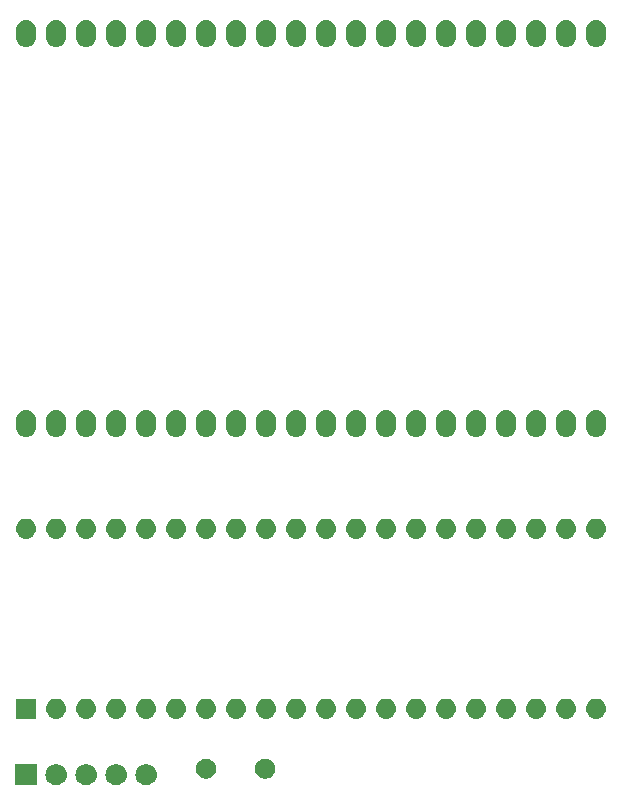
<source format=gbr>
G04 #@! TF.GenerationSoftware,KiCad,Pcbnew,5.0.2+dfsg1-1*
G04 #@! TF.CreationDate,2020-05-10T21:50:53+00:00*
G04 #@! TF.ProjectId,lcd_breakout,6c63645f-6272-4656-916b-6f75742e6b69,v1.0*
G04 #@! TF.SameCoordinates,Original*
G04 #@! TF.FileFunction,Soldermask,Bot*
G04 #@! TF.FilePolarity,Negative*
%FSLAX46Y46*%
G04 Gerber Fmt 4.6, Leading zero omitted, Abs format (unit mm)*
G04 Created by KiCad (PCBNEW 5.0.2+dfsg1-1) date Sun May 10 21:50:53 2020*
%MOMM*%
%LPD*%
G01*
G04 APERTURE LIST*
%ADD10C,0.100000*%
G04 APERTURE END LIST*
D10*
G36*
X112886443Y-126359519D02*
X112952627Y-126366037D01*
X113065853Y-126400384D01*
X113122467Y-126417557D01*
X113261087Y-126491652D01*
X113278991Y-126501222D01*
X113314729Y-126530552D01*
X113416186Y-126613814D01*
X113499448Y-126715271D01*
X113528778Y-126751009D01*
X113528779Y-126751011D01*
X113612443Y-126907533D01*
X113612443Y-126907534D01*
X113663963Y-127077373D01*
X113681359Y-127254000D01*
X113663963Y-127430627D01*
X113642874Y-127500147D01*
X113612443Y-127600467D01*
X113538348Y-127739087D01*
X113528778Y-127756991D01*
X113499448Y-127792729D01*
X113416186Y-127894186D01*
X113314729Y-127977448D01*
X113278991Y-128006778D01*
X113278989Y-128006779D01*
X113122467Y-128090443D01*
X113065853Y-128107616D01*
X112952627Y-128141963D01*
X112886443Y-128148481D01*
X112820260Y-128155000D01*
X112731740Y-128155000D01*
X112665557Y-128148481D01*
X112599373Y-128141963D01*
X112486147Y-128107616D01*
X112429533Y-128090443D01*
X112273011Y-128006779D01*
X112273009Y-128006778D01*
X112237271Y-127977448D01*
X112135814Y-127894186D01*
X112052552Y-127792729D01*
X112023222Y-127756991D01*
X112013652Y-127739087D01*
X111939557Y-127600467D01*
X111909126Y-127500147D01*
X111888037Y-127430627D01*
X111870641Y-127254000D01*
X111888037Y-127077373D01*
X111939557Y-126907534D01*
X111939557Y-126907533D01*
X112023221Y-126751011D01*
X112023222Y-126751009D01*
X112052552Y-126715271D01*
X112135814Y-126613814D01*
X112237271Y-126530552D01*
X112273009Y-126501222D01*
X112290913Y-126491652D01*
X112429533Y-126417557D01*
X112486147Y-126400384D01*
X112599373Y-126366037D01*
X112665557Y-126359519D01*
X112731740Y-126353000D01*
X112820260Y-126353000D01*
X112886443Y-126359519D01*
X112886443Y-126359519D01*
G37*
G36*
X110346443Y-126359519D02*
X110412627Y-126366037D01*
X110525853Y-126400384D01*
X110582467Y-126417557D01*
X110721087Y-126491652D01*
X110738991Y-126501222D01*
X110774729Y-126530552D01*
X110876186Y-126613814D01*
X110959448Y-126715271D01*
X110988778Y-126751009D01*
X110988779Y-126751011D01*
X111072443Y-126907533D01*
X111072443Y-126907534D01*
X111123963Y-127077373D01*
X111141359Y-127254000D01*
X111123963Y-127430627D01*
X111102874Y-127500147D01*
X111072443Y-127600467D01*
X110998348Y-127739087D01*
X110988778Y-127756991D01*
X110959448Y-127792729D01*
X110876186Y-127894186D01*
X110774729Y-127977448D01*
X110738991Y-128006778D01*
X110738989Y-128006779D01*
X110582467Y-128090443D01*
X110525853Y-128107616D01*
X110412627Y-128141963D01*
X110346443Y-128148481D01*
X110280260Y-128155000D01*
X110191740Y-128155000D01*
X110125557Y-128148481D01*
X110059373Y-128141963D01*
X109946147Y-128107616D01*
X109889533Y-128090443D01*
X109733011Y-128006779D01*
X109733009Y-128006778D01*
X109697271Y-127977448D01*
X109595814Y-127894186D01*
X109512552Y-127792729D01*
X109483222Y-127756991D01*
X109473652Y-127739087D01*
X109399557Y-127600467D01*
X109369126Y-127500147D01*
X109348037Y-127430627D01*
X109330641Y-127254000D01*
X109348037Y-127077373D01*
X109399557Y-126907534D01*
X109399557Y-126907533D01*
X109483221Y-126751011D01*
X109483222Y-126751009D01*
X109512552Y-126715271D01*
X109595814Y-126613814D01*
X109697271Y-126530552D01*
X109733009Y-126501222D01*
X109750913Y-126491652D01*
X109889533Y-126417557D01*
X109946147Y-126400384D01*
X110059373Y-126366037D01*
X110125557Y-126359519D01*
X110191740Y-126353000D01*
X110280260Y-126353000D01*
X110346443Y-126359519D01*
X110346443Y-126359519D01*
G37*
G36*
X108597000Y-128155000D02*
X106795000Y-128155000D01*
X106795000Y-126353000D01*
X108597000Y-126353000D01*
X108597000Y-128155000D01*
X108597000Y-128155000D01*
G37*
G36*
X117966443Y-126359519D02*
X118032627Y-126366037D01*
X118145853Y-126400384D01*
X118202467Y-126417557D01*
X118341087Y-126491652D01*
X118358991Y-126501222D01*
X118394729Y-126530552D01*
X118496186Y-126613814D01*
X118579448Y-126715271D01*
X118608778Y-126751009D01*
X118608779Y-126751011D01*
X118692443Y-126907533D01*
X118692443Y-126907534D01*
X118743963Y-127077373D01*
X118761359Y-127254000D01*
X118743963Y-127430627D01*
X118722874Y-127500147D01*
X118692443Y-127600467D01*
X118618348Y-127739087D01*
X118608778Y-127756991D01*
X118579448Y-127792729D01*
X118496186Y-127894186D01*
X118394729Y-127977448D01*
X118358991Y-128006778D01*
X118358989Y-128006779D01*
X118202467Y-128090443D01*
X118145853Y-128107616D01*
X118032627Y-128141963D01*
X117966443Y-128148481D01*
X117900260Y-128155000D01*
X117811740Y-128155000D01*
X117745557Y-128148481D01*
X117679373Y-128141963D01*
X117566147Y-128107616D01*
X117509533Y-128090443D01*
X117353011Y-128006779D01*
X117353009Y-128006778D01*
X117317271Y-127977448D01*
X117215814Y-127894186D01*
X117132552Y-127792729D01*
X117103222Y-127756991D01*
X117093652Y-127739087D01*
X117019557Y-127600467D01*
X116989126Y-127500147D01*
X116968037Y-127430627D01*
X116950641Y-127254000D01*
X116968037Y-127077373D01*
X117019557Y-126907534D01*
X117019557Y-126907533D01*
X117103221Y-126751011D01*
X117103222Y-126751009D01*
X117132552Y-126715271D01*
X117215814Y-126613814D01*
X117317271Y-126530552D01*
X117353009Y-126501222D01*
X117370913Y-126491652D01*
X117509533Y-126417557D01*
X117566147Y-126400384D01*
X117679373Y-126366037D01*
X117745557Y-126359519D01*
X117811740Y-126353000D01*
X117900260Y-126353000D01*
X117966443Y-126359519D01*
X117966443Y-126359519D01*
G37*
G36*
X115426443Y-126359519D02*
X115492627Y-126366037D01*
X115605853Y-126400384D01*
X115662467Y-126417557D01*
X115801087Y-126491652D01*
X115818991Y-126501222D01*
X115854729Y-126530552D01*
X115956186Y-126613814D01*
X116039448Y-126715271D01*
X116068778Y-126751009D01*
X116068779Y-126751011D01*
X116152443Y-126907533D01*
X116152443Y-126907534D01*
X116203963Y-127077373D01*
X116221359Y-127254000D01*
X116203963Y-127430627D01*
X116182874Y-127500147D01*
X116152443Y-127600467D01*
X116078348Y-127739087D01*
X116068778Y-127756991D01*
X116039448Y-127792729D01*
X115956186Y-127894186D01*
X115854729Y-127977448D01*
X115818991Y-128006778D01*
X115818989Y-128006779D01*
X115662467Y-128090443D01*
X115605853Y-128107616D01*
X115492627Y-128141963D01*
X115426443Y-128148481D01*
X115360260Y-128155000D01*
X115271740Y-128155000D01*
X115205557Y-128148481D01*
X115139373Y-128141963D01*
X115026147Y-128107616D01*
X114969533Y-128090443D01*
X114813011Y-128006779D01*
X114813009Y-128006778D01*
X114777271Y-127977448D01*
X114675814Y-127894186D01*
X114592552Y-127792729D01*
X114563222Y-127756991D01*
X114553652Y-127739087D01*
X114479557Y-127600467D01*
X114449126Y-127500147D01*
X114428037Y-127430627D01*
X114410641Y-127254000D01*
X114428037Y-127077373D01*
X114479557Y-126907534D01*
X114479557Y-126907533D01*
X114563221Y-126751011D01*
X114563222Y-126751009D01*
X114592552Y-126715271D01*
X114675814Y-126613814D01*
X114777271Y-126530552D01*
X114813009Y-126501222D01*
X114830913Y-126491652D01*
X114969533Y-126417557D01*
X115026147Y-126400384D01*
X115139373Y-126366037D01*
X115205557Y-126359519D01*
X115271740Y-126353000D01*
X115360260Y-126353000D01*
X115426443Y-126359519D01*
X115426443Y-126359519D01*
G37*
G36*
X128184228Y-125927703D02*
X128339100Y-125991853D01*
X128478481Y-126084985D01*
X128597015Y-126203519D01*
X128690147Y-126342900D01*
X128754297Y-126497772D01*
X128787000Y-126662184D01*
X128787000Y-126829816D01*
X128754297Y-126994228D01*
X128690147Y-127149100D01*
X128597015Y-127288481D01*
X128478481Y-127407015D01*
X128339100Y-127500147D01*
X128184228Y-127564297D01*
X128019816Y-127597000D01*
X127852184Y-127597000D01*
X127687772Y-127564297D01*
X127532900Y-127500147D01*
X127393519Y-127407015D01*
X127274985Y-127288481D01*
X127181853Y-127149100D01*
X127117703Y-126994228D01*
X127085000Y-126829816D01*
X127085000Y-126662184D01*
X127117703Y-126497772D01*
X127181853Y-126342900D01*
X127274985Y-126203519D01*
X127393519Y-126084985D01*
X127532900Y-125991853D01*
X127687772Y-125927703D01*
X127852184Y-125895000D01*
X128019816Y-125895000D01*
X128184228Y-125927703D01*
X128184228Y-125927703D01*
G37*
G36*
X123184228Y-125927703D02*
X123339100Y-125991853D01*
X123478481Y-126084985D01*
X123597015Y-126203519D01*
X123690147Y-126342900D01*
X123754297Y-126497772D01*
X123787000Y-126662184D01*
X123787000Y-126829816D01*
X123754297Y-126994228D01*
X123690147Y-127149100D01*
X123597015Y-127288481D01*
X123478481Y-127407015D01*
X123339100Y-127500147D01*
X123184228Y-127564297D01*
X123019816Y-127597000D01*
X122852184Y-127597000D01*
X122687772Y-127564297D01*
X122532900Y-127500147D01*
X122393519Y-127407015D01*
X122274985Y-127288481D01*
X122181853Y-127149100D01*
X122117703Y-126994228D01*
X122085000Y-126829816D01*
X122085000Y-126662184D01*
X122117703Y-126497772D01*
X122181853Y-126342900D01*
X122274985Y-126203519D01*
X122393519Y-126084985D01*
X122532900Y-125991853D01*
X122687772Y-125927703D01*
X122852184Y-125895000D01*
X123019816Y-125895000D01*
X123184228Y-125927703D01*
X123184228Y-125927703D01*
G37*
G36*
X130722821Y-120827313D02*
X130722824Y-120827314D01*
X130722825Y-120827314D01*
X130883239Y-120875975D01*
X130883241Y-120875976D01*
X130883244Y-120875977D01*
X131031078Y-120954995D01*
X131160659Y-121061341D01*
X131267005Y-121190922D01*
X131346023Y-121338756D01*
X131394687Y-121499179D01*
X131411117Y-121666000D01*
X131394687Y-121832821D01*
X131346023Y-121993244D01*
X131267005Y-122141078D01*
X131160659Y-122270659D01*
X131031078Y-122377005D01*
X130883244Y-122456023D01*
X130883241Y-122456024D01*
X130883239Y-122456025D01*
X130722825Y-122504686D01*
X130722824Y-122504686D01*
X130722821Y-122504687D01*
X130597804Y-122517000D01*
X130514196Y-122517000D01*
X130389179Y-122504687D01*
X130389176Y-122504686D01*
X130389175Y-122504686D01*
X130228761Y-122456025D01*
X130228759Y-122456024D01*
X130228756Y-122456023D01*
X130080922Y-122377005D01*
X129951341Y-122270659D01*
X129844995Y-122141078D01*
X129765977Y-121993244D01*
X129717313Y-121832821D01*
X129700883Y-121666000D01*
X129717313Y-121499179D01*
X129765977Y-121338756D01*
X129844995Y-121190922D01*
X129951341Y-121061341D01*
X130080922Y-120954995D01*
X130228756Y-120875977D01*
X130228759Y-120875976D01*
X130228761Y-120875975D01*
X130389175Y-120827314D01*
X130389176Y-120827314D01*
X130389179Y-120827313D01*
X130514196Y-120815000D01*
X130597804Y-120815000D01*
X130722821Y-120827313D01*
X130722821Y-120827313D01*
G37*
G36*
X133262821Y-120827313D02*
X133262824Y-120827314D01*
X133262825Y-120827314D01*
X133423239Y-120875975D01*
X133423241Y-120875976D01*
X133423244Y-120875977D01*
X133571078Y-120954995D01*
X133700659Y-121061341D01*
X133807005Y-121190922D01*
X133886023Y-121338756D01*
X133934687Y-121499179D01*
X133951117Y-121666000D01*
X133934687Y-121832821D01*
X133886023Y-121993244D01*
X133807005Y-122141078D01*
X133700659Y-122270659D01*
X133571078Y-122377005D01*
X133423244Y-122456023D01*
X133423241Y-122456024D01*
X133423239Y-122456025D01*
X133262825Y-122504686D01*
X133262824Y-122504686D01*
X133262821Y-122504687D01*
X133137804Y-122517000D01*
X133054196Y-122517000D01*
X132929179Y-122504687D01*
X132929176Y-122504686D01*
X132929175Y-122504686D01*
X132768761Y-122456025D01*
X132768759Y-122456024D01*
X132768756Y-122456023D01*
X132620922Y-122377005D01*
X132491341Y-122270659D01*
X132384995Y-122141078D01*
X132305977Y-121993244D01*
X132257313Y-121832821D01*
X132240883Y-121666000D01*
X132257313Y-121499179D01*
X132305977Y-121338756D01*
X132384995Y-121190922D01*
X132491341Y-121061341D01*
X132620922Y-120954995D01*
X132768756Y-120875977D01*
X132768759Y-120875976D01*
X132768761Y-120875975D01*
X132929175Y-120827314D01*
X132929176Y-120827314D01*
X132929179Y-120827313D01*
X133054196Y-120815000D01*
X133137804Y-120815000D01*
X133262821Y-120827313D01*
X133262821Y-120827313D01*
G37*
G36*
X135802821Y-120827313D02*
X135802824Y-120827314D01*
X135802825Y-120827314D01*
X135963239Y-120875975D01*
X135963241Y-120875976D01*
X135963244Y-120875977D01*
X136111078Y-120954995D01*
X136240659Y-121061341D01*
X136347005Y-121190922D01*
X136426023Y-121338756D01*
X136474687Y-121499179D01*
X136491117Y-121666000D01*
X136474687Y-121832821D01*
X136426023Y-121993244D01*
X136347005Y-122141078D01*
X136240659Y-122270659D01*
X136111078Y-122377005D01*
X135963244Y-122456023D01*
X135963241Y-122456024D01*
X135963239Y-122456025D01*
X135802825Y-122504686D01*
X135802824Y-122504686D01*
X135802821Y-122504687D01*
X135677804Y-122517000D01*
X135594196Y-122517000D01*
X135469179Y-122504687D01*
X135469176Y-122504686D01*
X135469175Y-122504686D01*
X135308761Y-122456025D01*
X135308759Y-122456024D01*
X135308756Y-122456023D01*
X135160922Y-122377005D01*
X135031341Y-122270659D01*
X134924995Y-122141078D01*
X134845977Y-121993244D01*
X134797313Y-121832821D01*
X134780883Y-121666000D01*
X134797313Y-121499179D01*
X134845977Y-121338756D01*
X134924995Y-121190922D01*
X135031341Y-121061341D01*
X135160922Y-120954995D01*
X135308756Y-120875977D01*
X135308759Y-120875976D01*
X135308761Y-120875975D01*
X135469175Y-120827314D01*
X135469176Y-120827314D01*
X135469179Y-120827313D01*
X135594196Y-120815000D01*
X135677804Y-120815000D01*
X135802821Y-120827313D01*
X135802821Y-120827313D01*
G37*
G36*
X138342821Y-120827313D02*
X138342824Y-120827314D01*
X138342825Y-120827314D01*
X138503239Y-120875975D01*
X138503241Y-120875976D01*
X138503244Y-120875977D01*
X138651078Y-120954995D01*
X138780659Y-121061341D01*
X138887005Y-121190922D01*
X138966023Y-121338756D01*
X139014687Y-121499179D01*
X139031117Y-121666000D01*
X139014687Y-121832821D01*
X138966023Y-121993244D01*
X138887005Y-122141078D01*
X138780659Y-122270659D01*
X138651078Y-122377005D01*
X138503244Y-122456023D01*
X138503241Y-122456024D01*
X138503239Y-122456025D01*
X138342825Y-122504686D01*
X138342824Y-122504686D01*
X138342821Y-122504687D01*
X138217804Y-122517000D01*
X138134196Y-122517000D01*
X138009179Y-122504687D01*
X138009176Y-122504686D01*
X138009175Y-122504686D01*
X137848761Y-122456025D01*
X137848759Y-122456024D01*
X137848756Y-122456023D01*
X137700922Y-122377005D01*
X137571341Y-122270659D01*
X137464995Y-122141078D01*
X137385977Y-121993244D01*
X137337313Y-121832821D01*
X137320883Y-121666000D01*
X137337313Y-121499179D01*
X137385977Y-121338756D01*
X137464995Y-121190922D01*
X137571341Y-121061341D01*
X137700922Y-120954995D01*
X137848756Y-120875977D01*
X137848759Y-120875976D01*
X137848761Y-120875975D01*
X138009175Y-120827314D01*
X138009176Y-120827314D01*
X138009179Y-120827313D01*
X138134196Y-120815000D01*
X138217804Y-120815000D01*
X138342821Y-120827313D01*
X138342821Y-120827313D01*
G37*
G36*
X143422821Y-120827313D02*
X143422824Y-120827314D01*
X143422825Y-120827314D01*
X143583239Y-120875975D01*
X143583241Y-120875976D01*
X143583244Y-120875977D01*
X143731078Y-120954995D01*
X143860659Y-121061341D01*
X143967005Y-121190922D01*
X144046023Y-121338756D01*
X144094687Y-121499179D01*
X144111117Y-121666000D01*
X144094687Y-121832821D01*
X144046023Y-121993244D01*
X143967005Y-122141078D01*
X143860659Y-122270659D01*
X143731078Y-122377005D01*
X143583244Y-122456023D01*
X143583241Y-122456024D01*
X143583239Y-122456025D01*
X143422825Y-122504686D01*
X143422824Y-122504686D01*
X143422821Y-122504687D01*
X143297804Y-122517000D01*
X143214196Y-122517000D01*
X143089179Y-122504687D01*
X143089176Y-122504686D01*
X143089175Y-122504686D01*
X142928761Y-122456025D01*
X142928759Y-122456024D01*
X142928756Y-122456023D01*
X142780922Y-122377005D01*
X142651341Y-122270659D01*
X142544995Y-122141078D01*
X142465977Y-121993244D01*
X142417313Y-121832821D01*
X142400883Y-121666000D01*
X142417313Y-121499179D01*
X142465977Y-121338756D01*
X142544995Y-121190922D01*
X142651341Y-121061341D01*
X142780922Y-120954995D01*
X142928756Y-120875977D01*
X142928759Y-120875976D01*
X142928761Y-120875975D01*
X143089175Y-120827314D01*
X143089176Y-120827314D01*
X143089179Y-120827313D01*
X143214196Y-120815000D01*
X143297804Y-120815000D01*
X143422821Y-120827313D01*
X143422821Y-120827313D01*
G37*
G36*
X145962821Y-120827313D02*
X145962824Y-120827314D01*
X145962825Y-120827314D01*
X146123239Y-120875975D01*
X146123241Y-120875976D01*
X146123244Y-120875977D01*
X146271078Y-120954995D01*
X146400659Y-121061341D01*
X146507005Y-121190922D01*
X146586023Y-121338756D01*
X146634687Y-121499179D01*
X146651117Y-121666000D01*
X146634687Y-121832821D01*
X146586023Y-121993244D01*
X146507005Y-122141078D01*
X146400659Y-122270659D01*
X146271078Y-122377005D01*
X146123244Y-122456023D01*
X146123241Y-122456024D01*
X146123239Y-122456025D01*
X145962825Y-122504686D01*
X145962824Y-122504686D01*
X145962821Y-122504687D01*
X145837804Y-122517000D01*
X145754196Y-122517000D01*
X145629179Y-122504687D01*
X145629176Y-122504686D01*
X145629175Y-122504686D01*
X145468761Y-122456025D01*
X145468759Y-122456024D01*
X145468756Y-122456023D01*
X145320922Y-122377005D01*
X145191341Y-122270659D01*
X145084995Y-122141078D01*
X145005977Y-121993244D01*
X144957313Y-121832821D01*
X144940883Y-121666000D01*
X144957313Y-121499179D01*
X145005977Y-121338756D01*
X145084995Y-121190922D01*
X145191341Y-121061341D01*
X145320922Y-120954995D01*
X145468756Y-120875977D01*
X145468759Y-120875976D01*
X145468761Y-120875975D01*
X145629175Y-120827314D01*
X145629176Y-120827314D01*
X145629179Y-120827313D01*
X145754196Y-120815000D01*
X145837804Y-120815000D01*
X145962821Y-120827313D01*
X145962821Y-120827313D01*
G37*
G36*
X148502821Y-120827313D02*
X148502824Y-120827314D01*
X148502825Y-120827314D01*
X148663239Y-120875975D01*
X148663241Y-120875976D01*
X148663244Y-120875977D01*
X148811078Y-120954995D01*
X148940659Y-121061341D01*
X149047005Y-121190922D01*
X149126023Y-121338756D01*
X149174687Y-121499179D01*
X149191117Y-121666000D01*
X149174687Y-121832821D01*
X149126023Y-121993244D01*
X149047005Y-122141078D01*
X148940659Y-122270659D01*
X148811078Y-122377005D01*
X148663244Y-122456023D01*
X148663241Y-122456024D01*
X148663239Y-122456025D01*
X148502825Y-122504686D01*
X148502824Y-122504686D01*
X148502821Y-122504687D01*
X148377804Y-122517000D01*
X148294196Y-122517000D01*
X148169179Y-122504687D01*
X148169176Y-122504686D01*
X148169175Y-122504686D01*
X148008761Y-122456025D01*
X148008759Y-122456024D01*
X148008756Y-122456023D01*
X147860922Y-122377005D01*
X147731341Y-122270659D01*
X147624995Y-122141078D01*
X147545977Y-121993244D01*
X147497313Y-121832821D01*
X147480883Y-121666000D01*
X147497313Y-121499179D01*
X147545977Y-121338756D01*
X147624995Y-121190922D01*
X147731341Y-121061341D01*
X147860922Y-120954995D01*
X148008756Y-120875977D01*
X148008759Y-120875976D01*
X148008761Y-120875975D01*
X148169175Y-120827314D01*
X148169176Y-120827314D01*
X148169179Y-120827313D01*
X148294196Y-120815000D01*
X148377804Y-120815000D01*
X148502821Y-120827313D01*
X148502821Y-120827313D01*
G37*
G36*
X151042821Y-120827313D02*
X151042824Y-120827314D01*
X151042825Y-120827314D01*
X151203239Y-120875975D01*
X151203241Y-120875976D01*
X151203244Y-120875977D01*
X151351078Y-120954995D01*
X151480659Y-121061341D01*
X151587005Y-121190922D01*
X151666023Y-121338756D01*
X151714687Y-121499179D01*
X151731117Y-121666000D01*
X151714687Y-121832821D01*
X151666023Y-121993244D01*
X151587005Y-122141078D01*
X151480659Y-122270659D01*
X151351078Y-122377005D01*
X151203244Y-122456023D01*
X151203241Y-122456024D01*
X151203239Y-122456025D01*
X151042825Y-122504686D01*
X151042824Y-122504686D01*
X151042821Y-122504687D01*
X150917804Y-122517000D01*
X150834196Y-122517000D01*
X150709179Y-122504687D01*
X150709176Y-122504686D01*
X150709175Y-122504686D01*
X150548761Y-122456025D01*
X150548759Y-122456024D01*
X150548756Y-122456023D01*
X150400922Y-122377005D01*
X150271341Y-122270659D01*
X150164995Y-122141078D01*
X150085977Y-121993244D01*
X150037313Y-121832821D01*
X150020883Y-121666000D01*
X150037313Y-121499179D01*
X150085977Y-121338756D01*
X150164995Y-121190922D01*
X150271341Y-121061341D01*
X150400922Y-120954995D01*
X150548756Y-120875977D01*
X150548759Y-120875976D01*
X150548761Y-120875975D01*
X150709175Y-120827314D01*
X150709176Y-120827314D01*
X150709179Y-120827313D01*
X150834196Y-120815000D01*
X150917804Y-120815000D01*
X151042821Y-120827313D01*
X151042821Y-120827313D01*
G37*
G36*
X153582821Y-120827313D02*
X153582824Y-120827314D01*
X153582825Y-120827314D01*
X153743239Y-120875975D01*
X153743241Y-120875976D01*
X153743244Y-120875977D01*
X153891078Y-120954995D01*
X154020659Y-121061341D01*
X154127005Y-121190922D01*
X154206023Y-121338756D01*
X154254687Y-121499179D01*
X154271117Y-121666000D01*
X154254687Y-121832821D01*
X154206023Y-121993244D01*
X154127005Y-122141078D01*
X154020659Y-122270659D01*
X153891078Y-122377005D01*
X153743244Y-122456023D01*
X153743241Y-122456024D01*
X153743239Y-122456025D01*
X153582825Y-122504686D01*
X153582824Y-122504686D01*
X153582821Y-122504687D01*
X153457804Y-122517000D01*
X153374196Y-122517000D01*
X153249179Y-122504687D01*
X153249176Y-122504686D01*
X153249175Y-122504686D01*
X153088761Y-122456025D01*
X153088759Y-122456024D01*
X153088756Y-122456023D01*
X152940922Y-122377005D01*
X152811341Y-122270659D01*
X152704995Y-122141078D01*
X152625977Y-121993244D01*
X152577313Y-121832821D01*
X152560883Y-121666000D01*
X152577313Y-121499179D01*
X152625977Y-121338756D01*
X152704995Y-121190922D01*
X152811341Y-121061341D01*
X152940922Y-120954995D01*
X153088756Y-120875977D01*
X153088759Y-120875976D01*
X153088761Y-120875975D01*
X153249175Y-120827314D01*
X153249176Y-120827314D01*
X153249179Y-120827313D01*
X153374196Y-120815000D01*
X153457804Y-120815000D01*
X153582821Y-120827313D01*
X153582821Y-120827313D01*
G37*
G36*
X156122821Y-120827313D02*
X156122824Y-120827314D01*
X156122825Y-120827314D01*
X156283239Y-120875975D01*
X156283241Y-120875976D01*
X156283244Y-120875977D01*
X156431078Y-120954995D01*
X156560659Y-121061341D01*
X156667005Y-121190922D01*
X156746023Y-121338756D01*
X156794687Y-121499179D01*
X156811117Y-121666000D01*
X156794687Y-121832821D01*
X156746023Y-121993244D01*
X156667005Y-122141078D01*
X156560659Y-122270659D01*
X156431078Y-122377005D01*
X156283244Y-122456023D01*
X156283241Y-122456024D01*
X156283239Y-122456025D01*
X156122825Y-122504686D01*
X156122824Y-122504686D01*
X156122821Y-122504687D01*
X155997804Y-122517000D01*
X155914196Y-122517000D01*
X155789179Y-122504687D01*
X155789176Y-122504686D01*
X155789175Y-122504686D01*
X155628761Y-122456025D01*
X155628759Y-122456024D01*
X155628756Y-122456023D01*
X155480922Y-122377005D01*
X155351341Y-122270659D01*
X155244995Y-122141078D01*
X155165977Y-121993244D01*
X155117313Y-121832821D01*
X155100883Y-121666000D01*
X155117313Y-121499179D01*
X155165977Y-121338756D01*
X155244995Y-121190922D01*
X155351341Y-121061341D01*
X155480922Y-120954995D01*
X155628756Y-120875977D01*
X155628759Y-120875976D01*
X155628761Y-120875975D01*
X155789175Y-120827314D01*
X155789176Y-120827314D01*
X155789179Y-120827313D01*
X155914196Y-120815000D01*
X155997804Y-120815000D01*
X156122821Y-120827313D01*
X156122821Y-120827313D01*
G37*
G36*
X125642821Y-120827313D02*
X125642824Y-120827314D01*
X125642825Y-120827314D01*
X125803239Y-120875975D01*
X125803241Y-120875976D01*
X125803244Y-120875977D01*
X125951078Y-120954995D01*
X126080659Y-121061341D01*
X126187005Y-121190922D01*
X126266023Y-121338756D01*
X126314687Y-121499179D01*
X126331117Y-121666000D01*
X126314687Y-121832821D01*
X126266023Y-121993244D01*
X126187005Y-122141078D01*
X126080659Y-122270659D01*
X125951078Y-122377005D01*
X125803244Y-122456023D01*
X125803241Y-122456024D01*
X125803239Y-122456025D01*
X125642825Y-122504686D01*
X125642824Y-122504686D01*
X125642821Y-122504687D01*
X125517804Y-122517000D01*
X125434196Y-122517000D01*
X125309179Y-122504687D01*
X125309176Y-122504686D01*
X125309175Y-122504686D01*
X125148761Y-122456025D01*
X125148759Y-122456024D01*
X125148756Y-122456023D01*
X125000922Y-122377005D01*
X124871341Y-122270659D01*
X124764995Y-122141078D01*
X124685977Y-121993244D01*
X124637313Y-121832821D01*
X124620883Y-121666000D01*
X124637313Y-121499179D01*
X124685977Y-121338756D01*
X124764995Y-121190922D01*
X124871341Y-121061341D01*
X125000922Y-120954995D01*
X125148756Y-120875977D01*
X125148759Y-120875976D01*
X125148761Y-120875975D01*
X125309175Y-120827314D01*
X125309176Y-120827314D01*
X125309179Y-120827313D01*
X125434196Y-120815000D01*
X125517804Y-120815000D01*
X125642821Y-120827313D01*
X125642821Y-120827313D01*
G37*
G36*
X123102821Y-120827313D02*
X123102824Y-120827314D01*
X123102825Y-120827314D01*
X123263239Y-120875975D01*
X123263241Y-120875976D01*
X123263244Y-120875977D01*
X123411078Y-120954995D01*
X123540659Y-121061341D01*
X123647005Y-121190922D01*
X123726023Y-121338756D01*
X123774687Y-121499179D01*
X123791117Y-121666000D01*
X123774687Y-121832821D01*
X123726023Y-121993244D01*
X123647005Y-122141078D01*
X123540659Y-122270659D01*
X123411078Y-122377005D01*
X123263244Y-122456023D01*
X123263241Y-122456024D01*
X123263239Y-122456025D01*
X123102825Y-122504686D01*
X123102824Y-122504686D01*
X123102821Y-122504687D01*
X122977804Y-122517000D01*
X122894196Y-122517000D01*
X122769179Y-122504687D01*
X122769176Y-122504686D01*
X122769175Y-122504686D01*
X122608761Y-122456025D01*
X122608759Y-122456024D01*
X122608756Y-122456023D01*
X122460922Y-122377005D01*
X122331341Y-122270659D01*
X122224995Y-122141078D01*
X122145977Y-121993244D01*
X122097313Y-121832821D01*
X122080883Y-121666000D01*
X122097313Y-121499179D01*
X122145977Y-121338756D01*
X122224995Y-121190922D01*
X122331341Y-121061341D01*
X122460922Y-120954995D01*
X122608756Y-120875977D01*
X122608759Y-120875976D01*
X122608761Y-120875975D01*
X122769175Y-120827314D01*
X122769176Y-120827314D01*
X122769179Y-120827313D01*
X122894196Y-120815000D01*
X122977804Y-120815000D01*
X123102821Y-120827313D01*
X123102821Y-120827313D01*
G37*
G36*
X120562821Y-120827313D02*
X120562824Y-120827314D01*
X120562825Y-120827314D01*
X120723239Y-120875975D01*
X120723241Y-120875976D01*
X120723244Y-120875977D01*
X120871078Y-120954995D01*
X121000659Y-121061341D01*
X121107005Y-121190922D01*
X121186023Y-121338756D01*
X121234687Y-121499179D01*
X121251117Y-121666000D01*
X121234687Y-121832821D01*
X121186023Y-121993244D01*
X121107005Y-122141078D01*
X121000659Y-122270659D01*
X120871078Y-122377005D01*
X120723244Y-122456023D01*
X120723241Y-122456024D01*
X120723239Y-122456025D01*
X120562825Y-122504686D01*
X120562824Y-122504686D01*
X120562821Y-122504687D01*
X120437804Y-122517000D01*
X120354196Y-122517000D01*
X120229179Y-122504687D01*
X120229176Y-122504686D01*
X120229175Y-122504686D01*
X120068761Y-122456025D01*
X120068759Y-122456024D01*
X120068756Y-122456023D01*
X119920922Y-122377005D01*
X119791341Y-122270659D01*
X119684995Y-122141078D01*
X119605977Y-121993244D01*
X119557313Y-121832821D01*
X119540883Y-121666000D01*
X119557313Y-121499179D01*
X119605977Y-121338756D01*
X119684995Y-121190922D01*
X119791341Y-121061341D01*
X119920922Y-120954995D01*
X120068756Y-120875977D01*
X120068759Y-120875976D01*
X120068761Y-120875975D01*
X120229175Y-120827314D01*
X120229176Y-120827314D01*
X120229179Y-120827313D01*
X120354196Y-120815000D01*
X120437804Y-120815000D01*
X120562821Y-120827313D01*
X120562821Y-120827313D01*
G37*
G36*
X118022821Y-120827313D02*
X118022824Y-120827314D01*
X118022825Y-120827314D01*
X118183239Y-120875975D01*
X118183241Y-120875976D01*
X118183244Y-120875977D01*
X118331078Y-120954995D01*
X118460659Y-121061341D01*
X118567005Y-121190922D01*
X118646023Y-121338756D01*
X118694687Y-121499179D01*
X118711117Y-121666000D01*
X118694687Y-121832821D01*
X118646023Y-121993244D01*
X118567005Y-122141078D01*
X118460659Y-122270659D01*
X118331078Y-122377005D01*
X118183244Y-122456023D01*
X118183241Y-122456024D01*
X118183239Y-122456025D01*
X118022825Y-122504686D01*
X118022824Y-122504686D01*
X118022821Y-122504687D01*
X117897804Y-122517000D01*
X117814196Y-122517000D01*
X117689179Y-122504687D01*
X117689176Y-122504686D01*
X117689175Y-122504686D01*
X117528761Y-122456025D01*
X117528759Y-122456024D01*
X117528756Y-122456023D01*
X117380922Y-122377005D01*
X117251341Y-122270659D01*
X117144995Y-122141078D01*
X117065977Y-121993244D01*
X117017313Y-121832821D01*
X117000883Y-121666000D01*
X117017313Y-121499179D01*
X117065977Y-121338756D01*
X117144995Y-121190922D01*
X117251341Y-121061341D01*
X117380922Y-120954995D01*
X117528756Y-120875977D01*
X117528759Y-120875976D01*
X117528761Y-120875975D01*
X117689175Y-120827314D01*
X117689176Y-120827314D01*
X117689179Y-120827313D01*
X117814196Y-120815000D01*
X117897804Y-120815000D01*
X118022821Y-120827313D01*
X118022821Y-120827313D01*
G37*
G36*
X115482821Y-120827313D02*
X115482824Y-120827314D01*
X115482825Y-120827314D01*
X115643239Y-120875975D01*
X115643241Y-120875976D01*
X115643244Y-120875977D01*
X115791078Y-120954995D01*
X115920659Y-121061341D01*
X116027005Y-121190922D01*
X116106023Y-121338756D01*
X116154687Y-121499179D01*
X116171117Y-121666000D01*
X116154687Y-121832821D01*
X116106023Y-121993244D01*
X116027005Y-122141078D01*
X115920659Y-122270659D01*
X115791078Y-122377005D01*
X115643244Y-122456023D01*
X115643241Y-122456024D01*
X115643239Y-122456025D01*
X115482825Y-122504686D01*
X115482824Y-122504686D01*
X115482821Y-122504687D01*
X115357804Y-122517000D01*
X115274196Y-122517000D01*
X115149179Y-122504687D01*
X115149176Y-122504686D01*
X115149175Y-122504686D01*
X114988761Y-122456025D01*
X114988759Y-122456024D01*
X114988756Y-122456023D01*
X114840922Y-122377005D01*
X114711341Y-122270659D01*
X114604995Y-122141078D01*
X114525977Y-121993244D01*
X114477313Y-121832821D01*
X114460883Y-121666000D01*
X114477313Y-121499179D01*
X114525977Y-121338756D01*
X114604995Y-121190922D01*
X114711341Y-121061341D01*
X114840922Y-120954995D01*
X114988756Y-120875977D01*
X114988759Y-120875976D01*
X114988761Y-120875975D01*
X115149175Y-120827314D01*
X115149176Y-120827314D01*
X115149179Y-120827313D01*
X115274196Y-120815000D01*
X115357804Y-120815000D01*
X115482821Y-120827313D01*
X115482821Y-120827313D01*
G37*
G36*
X112942821Y-120827313D02*
X112942824Y-120827314D01*
X112942825Y-120827314D01*
X113103239Y-120875975D01*
X113103241Y-120875976D01*
X113103244Y-120875977D01*
X113251078Y-120954995D01*
X113380659Y-121061341D01*
X113487005Y-121190922D01*
X113566023Y-121338756D01*
X113614687Y-121499179D01*
X113631117Y-121666000D01*
X113614687Y-121832821D01*
X113566023Y-121993244D01*
X113487005Y-122141078D01*
X113380659Y-122270659D01*
X113251078Y-122377005D01*
X113103244Y-122456023D01*
X113103241Y-122456024D01*
X113103239Y-122456025D01*
X112942825Y-122504686D01*
X112942824Y-122504686D01*
X112942821Y-122504687D01*
X112817804Y-122517000D01*
X112734196Y-122517000D01*
X112609179Y-122504687D01*
X112609176Y-122504686D01*
X112609175Y-122504686D01*
X112448761Y-122456025D01*
X112448759Y-122456024D01*
X112448756Y-122456023D01*
X112300922Y-122377005D01*
X112171341Y-122270659D01*
X112064995Y-122141078D01*
X111985977Y-121993244D01*
X111937313Y-121832821D01*
X111920883Y-121666000D01*
X111937313Y-121499179D01*
X111985977Y-121338756D01*
X112064995Y-121190922D01*
X112171341Y-121061341D01*
X112300922Y-120954995D01*
X112448756Y-120875977D01*
X112448759Y-120875976D01*
X112448761Y-120875975D01*
X112609175Y-120827314D01*
X112609176Y-120827314D01*
X112609179Y-120827313D01*
X112734196Y-120815000D01*
X112817804Y-120815000D01*
X112942821Y-120827313D01*
X112942821Y-120827313D01*
G37*
G36*
X110402821Y-120827313D02*
X110402824Y-120827314D01*
X110402825Y-120827314D01*
X110563239Y-120875975D01*
X110563241Y-120875976D01*
X110563244Y-120875977D01*
X110711078Y-120954995D01*
X110840659Y-121061341D01*
X110947005Y-121190922D01*
X111026023Y-121338756D01*
X111074687Y-121499179D01*
X111091117Y-121666000D01*
X111074687Y-121832821D01*
X111026023Y-121993244D01*
X110947005Y-122141078D01*
X110840659Y-122270659D01*
X110711078Y-122377005D01*
X110563244Y-122456023D01*
X110563241Y-122456024D01*
X110563239Y-122456025D01*
X110402825Y-122504686D01*
X110402824Y-122504686D01*
X110402821Y-122504687D01*
X110277804Y-122517000D01*
X110194196Y-122517000D01*
X110069179Y-122504687D01*
X110069176Y-122504686D01*
X110069175Y-122504686D01*
X109908761Y-122456025D01*
X109908759Y-122456024D01*
X109908756Y-122456023D01*
X109760922Y-122377005D01*
X109631341Y-122270659D01*
X109524995Y-122141078D01*
X109445977Y-121993244D01*
X109397313Y-121832821D01*
X109380883Y-121666000D01*
X109397313Y-121499179D01*
X109445977Y-121338756D01*
X109524995Y-121190922D01*
X109631341Y-121061341D01*
X109760922Y-120954995D01*
X109908756Y-120875977D01*
X109908759Y-120875976D01*
X109908761Y-120875975D01*
X110069175Y-120827314D01*
X110069176Y-120827314D01*
X110069179Y-120827313D01*
X110194196Y-120815000D01*
X110277804Y-120815000D01*
X110402821Y-120827313D01*
X110402821Y-120827313D01*
G37*
G36*
X140882821Y-120827313D02*
X140882824Y-120827314D01*
X140882825Y-120827314D01*
X141043239Y-120875975D01*
X141043241Y-120875976D01*
X141043244Y-120875977D01*
X141191078Y-120954995D01*
X141320659Y-121061341D01*
X141427005Y-121190922D01*
X141506023Y-121338756D01*
X141554687Y-121499179D01*
X141571117Y-121666000D01*
X141554687Y-121832821D01*
X141506023Y-121993244D01*
X141427005Y-122141078D01*
X141320659Y-122270659D01*
X141191078Y-122377005D01*
X141043244Y-122456023D01*
X141043241Y-122456024D01*
X141043239Y-122456025D01*
X140882825Y-122504686D01*
X140882824Y-122504686D01*
X140882821Y-122504687D01*
X140757804Y-122517000D01*
X140674196Y-122517000D01*
X140549179Y-122504687D01*
X140549176Y-122504686D01*
X140549175Y-122504686D01*
X140388761Y-122456025D01*
X140388759Y-122456024D01*
X140388756Y-122456023D01*
X140240922Y-122377005D01*
X140111341Y-122270659D01*
X140004995Y-122141078D01*
X139925977Y-121993244D01*
X139877313Y-121832821D01*
X139860883Y-121666000D01*
X139877313Y-121499179D01*
X139925977Y-121338756D01*
X140004995Y-121190922D01*
X140111341Y-121061341D01*
X140240922Y-120954995D01*
X140388756Y-120875977D01*
X140388759Y-120875976D01*
X140388761Y-120875975D01*
X140549175Y-120827314D01*
X140549176Y-120827314D01*
X140549179Y-120827313D01*
X140674196Y-120815000D01*
X140757804Y-120815000D01*
X140882821Y-120827313D01*
X140882821Y-120827313D01*
G37*
G36*
X128182821Y-120827313D02*
X128182824Y-120827314D01*
X128182825Y-120827314D01*
X128343239Y-120875975D01*
X128343241Y-120875976D01*
X128343244Y-120875977D01*
X128491078Y-120954995D01*
X128620659Y-121061341D01*
X128727005Y-121190922D01*
X128806023Y-121338756D01*
X128854687Y-121499179D01*
X128871117Y-121666000D01*
X128854687Y-121832821D01*
X128806023Y-121993244D01*
X128727005Y-122141078D01*
X128620659Y-122270659D01*
X128491078Y-122377005D01*
X128343244Y-122456023D01*
X128343241Y-122456024D01*
X128343239Y-122456025D01*
X128182825Y-122504686D01*
X128182824Y-122504686D01*
X128182821Y-122504687D01*
X128057804Y-122517000D01*
X127974196Y-122517000D01*
X127849179Y-122504687D01*
X127849176Y-122504686D01*
X127849175Y-122504686D01*
X127688761Y-122456025D01*
X127688759Y-122456024D01*
X127688756Y-122456023D01*
X127540922Y-122377005D01*
X127411341Y-122270659D01*
X127304995Y-122141078D01*
X127225977Y-121993244D01*
X127177313Y-121832821D01*
X127160883Y-121666000D01*
X127177313Y-121499179D01*
X127225977Y-121338756D01*
X127304995Y-121190922D01*
X127411341Y-121061341D01*
X127540922Y-120954995D01*
X127688756Y-120875977D01*
X127688759Y-120875976D01*
X127688761Y-120875975D01*
X127849175Y-120827314D01*
X127849176Y-120827314D01*
X127849179Y-120827313D01*
X127974196Y-120815000D01*
X128057804Y-120815000D01*
X128182821Y-120827313D01*
X128182821Y-120827313D01*
G37*
G36*
X108547000Y-122517000D02*
X106845000Y-122517000D01*
X106845000Y-120815000D01*
X108547000Y-120815000D01*
X108547000Y-122517000D01*
X108547000Y-122517000D01*
G37*
G36*
X123102821Y-105587313D02*
X123102824Y-105587314D01*
X123102825Y-105587314D01*
X123263239Y-105635975D01*
X123263241Y-105635976D01*
X123263244Y-105635977D01*
X123411078Y-105714995D01*
X123540659Y-105821341D01*
X123647005Y-105950922D01*
X123726023Y-106098756D01*
X123774687Y-106259179D01*
X123791117Y-106426000D01*
X123774687Y-106592821D01*
X123726023Y-106753244D01*
X123647005Y-106901078D01*
X123540659Y-107030659D01*
X123411078Y-107137005D01*
X123263244Y-107216023D01*
X123263241Y-107216024D01*
X123263239Y-107216025D01*
X123102825Y-107264686D01*
X123102824Y-107264686D01*
X123102821Y-107264687D01*
X122977804Y-107277000D01*
X122894196Y-107277000D01*
X122769179Y-107264687D01*
X122769176Y-107264686D01*
X122769175Y-107264686D01*
X122608761Y-107216025D01*
X122608759Y-107216024D01*
X122608756Y-107216023D01*
X122460922Y-107137005D01*
X122331341Y-107030659D01*
X122224995Y-106901078D01*
X122145977Y-106753244D01*
X122097313Y-106592821D01*
X122080883Y-106426000D01*
X122097313Y-106259179D01*
X122145977Y-106098756D01*
X122224995Y-105950922D01*
X122331341Y-105821341D01*
X122460922Y-105714995D01*
X122608756Y-105635977D01*
X122608759Y-105635976D01*
X122608761Y-105635975D01*
X122769175Y-105587314D01*
X122769176Y-105587314D01*
X122769179Y-105587313D01*
X122894196Y-105575000D01*
X122977804Y-105575000D01*
X123102821Y-105587313D01*
X123102821Y-105587313D01*
G37*
G36*
X151042821Y-105587313D02*
X151042824Y-105587314D01*
X151042825Y-105587314D01*
X151203239Y-105635975D01*
X151203241Y-105635976D01*
X151203244Y-105635977D01*
X151351078Y-105714995D01*
X151480659Y-105821341D01*
X151587005Y-105950922D01*
X151666023Y-106098756D01*
X151714687Y-106259179D01*
X151731117Y-106426000D01*
X151714687Y-106592821D01*
X151666023Y-106753244D01*
X151587005Y-106901078D01*
X151480659Y-107030659D01*
X151351078Y-107137005D01*
X151203244Y-107216023D01*
X151203241Y-107216024D01*
X151203239Y-107216025D01*
X151042825Y-107264686D01*
X151042824Y-107264686D01*
X151042821Y-107264687D01*
X150917804Y-107277000D01*
X150834196Y-107277000D01*
X150709179Y-107264687D01*
X150709176Y-107264686D01*
X150709175Y-107264686D01*
X150548761Y-107216025D01*
X150548759Y-107216024D01*
X150548756Y-107216023D01*
X150400922Y-107137005D01*
X150271341Y-107030659D01*
X150164995Y-106901078D01*
X150085977Y-106753244D01*
X150037313Y-106592821D01*
X150020883Y-106426000D01*
X150037313Y-106259179D01*
X150085977Y-106098756D01*
X150164995Y-105950922D01*
X150271341Y-105821341D01*
X150400922Y-105714995D01*
X150548756Y-105635977D01*
X150548759Y-105635976D01*
X150548761Y-105635975D01*
X150709175Y-105587314D01*
X150709176Y-105587314D01*
X150709179Y-105587313D01*
X150834196Y-105575000D01*
X150917804Y-105575000D01*
X151042821Y-105587313D01*
X151042821Y-105587313D01*
G37*
G36*
X156122821Y-105587313D02*
X156122824Y-105587314D01*
X156122825Y-105587314D01*
X156283239Y-105635975D01*
X156283241Y-105635976D01*
X156283244Y-105635977D01*
X156431078Y-105714995D01*
X156560659Y-105821341D01*
X156667005Y-105950922D01*
X156746023Y-106098756D01*
X156794687Y-106259179D01*
X156811117Y-106426000D01*
X156794687Y-106592821D01*
X156746023Y-106753244D01*
X156667005Y-106901078D01*
X156560659Y-107030659D01*
X156431078Y-107137005D01*
X156283244Y-107216023D01*
X156283241Y-107216024D01*
X156283239Y-107216025D01*
X156122825Y-107264686D01*
X156122824Y-107264686D01*
X156122821Y-107264687D01*
X155997804Y-107277000D01*
X155914196Y-107277000D01*
X155789179Y-107264687D01*
X155789176Y-107264686D01*
X155789175Y-107264686D01*
X155628761Y-107216025D01*
X155628759Y-107216024D01*
X155628756Y-107216023D01*
X155480922Y-107137005D01*
X155351341Y-107030659D01*
X155244995Y-106901078D01*
X155165977Y-106753244D01*
X155117313Y-106592821D01*
X155100883Y-106426000D01*
X155117313Y-106259179D01*
X155165977Y-106098756D01*
X155244995Y-105950922D01*
X155351341Y-105821341D01*
X155480922Y-105714995D01*
X155628756Y-105635977D01*
X155628759Y-105635976D01*
X155628761Y-105635975D01*
X155789175Y-105587314D01*
X155789176Y-105587314D01*
X155789179Y-105587313D01*
X155914196Y-105575000D01*
X155997804Y-105575000D01*
X156122821Y-105587313D01*
X156122821Y-105587313D01*
G37*
G36*
X130722821Y-105587313D02*
X130722824Y-105587314D01*
X130722825Y-105587314D01*
X130883239Y-105635975D01*
X130883241Y-105635976D01*
X130883244Y-105635977D01*
X131031078Y-105714995D01*
X131160659Y-105821341D01*
X131267005Y-105950922D01*
X131346023Y-106098756D01*
X131394687Y-106259179D01*
X131411117Y-106426000D01*
X131394687Y-106592821D01*
X131346023Y-106753244D01*
X131267005Y-106901078D01*
X131160659Y-107030659D01*
X131031078Y-107137005D01*
X130883244Y-107216023D01*
X130883241Y-107216024D01*
X130883239Y-107216025D01*
X130722825Y-107264686D01*
X130722824Y-107264686D01*
X130722821Y-107264687D01*
X130597804Y-107277000D01*
X130514196Y-107277000D01*
X130389179Y-107264687D01*
X130389176Y-107264686D01*
X130389175Y-107264686D01*
X130228761Y-107216025D01*
X130228759Y-107216024D01*
X130228756Y-107216023D01*
X130080922Y-107137005D01*
X129951341Y-107030659D01*
X129844995Y-106901078D01*
X129765977Y-106753244D01*
X129717313Y-106592821D01*
X129700883Y-106426000D01*
X129717313Y-106259179D01*
X129765977Y-106098756D01*
X129844995Y-105950922D01*
X129951341Y-105821341D01*
X130080922Y-105714995D01*
X130228756Y-105635977D01*
X130228759Y-105635976D01*
X130228761Y-105635975D01*
X130389175Y-105587314D01*
X130389176Y-105587314D01*
X130389179Y-105587313D01*
X130514196Y-105575000D01*
X130597804Y-105575000D01*
X130722821Y-105587313D01*
X130722821Y-105587313D01*
G37*
G36*
X153582821Y-105587313D02*
X153582824Y-105587314D01*
X153582825Y-105587314D01*
X153743239Y-105635975D01*
X153743241Y-105635976D01*
X153743244Y-105635977D01*
X153891078Y-105714995D01*
X154020659Y-105821341D01*
X154127005Y-105950922D01*
X154206023Y-106098756D01*
X154254687Y-106259179D01*
X154271117Y-106426000D01*
X154254687Y-106592821D01*
X154206023Y-106753244D01*
X154127005Y-106901078D01*
X154020659Y-107030659D01*
X153891078Y-107137005D01*
X153743244Y-107216023D01*
X153743241Y-107216024D01*
X153743239Y-107216025D01*
X153582825Y-107264686D01*
X153582824Y-107264686D01*
X153582821Y-107264687D01*
X153457804Y-107277000D01*
X153374196Y-107277000D01*
X153249179Y-107264687D01*
X153249176Y-107264686D01*
X153249175Y-107264686D01*
X153088761Y-107216025D01*
X153088759Y-107216024D01*
X153088756Y-107216023D01*
X152940922Y-107137005D01*
X152811341Y-107030659D01*
X152704995Y-106901078D01*
X152625977Y-106753244D01*
X152577313Y-106592821D01*
X152560883Y-106426000D01*
X152577313Y-106259179D01*
X152625977Y-106098756D01*
X152704995Y-105950922D01*
X152811341Y-105821341D01*
X152940922Y-105714995D01*
X153088756Y-105635977D01*
X153088759Y-105635976D01*
X153088761Y-105635975D01*
X153249175Y-105587314D01*
X153249176Y-105587314D01*
X153249179Y-105587313D01*
X153374196Y-105575000D01*
X153457804Y-105575000D01*
X153582821Y-105587313D01*
X153582821Y-105587313D01*
G37*
G36*
X107862821Y-105587313D02*
X107862824Y-105587314D01*
X107862825Y-105587314D01*
X108023239Y-105635975D01*
X108023241Y-105635976D01*
X108023244Y-105635977D01*
X108171078Y-105714995D01*
X108300659Y-105821341D01*
X108407005Y-105950922D01*
X108486023Y-106098756D01*
X108534687Y-106259179D01*
X108551117Y-106426000D01*
X108534687Y-106592821D01*
X108486023Y-106753244D01*
X108407005Y-106901078D01*
X108300659Y-107030659D01*
X108171078Y-107137005D01*
X108023244Y-107216023D01*
X108023241Y-107216024D01*
X108023239Y-107216025D01*
X107862825Y-107264686D01*
X107862824Y-107264686D01*
X107862821Y-107264687D01*
X107737804Y-107277000D01*
X107654196Y-107277000D01*
X107529179Y-107264687D01*
X107529176Y-107264686D01*
X107529175Y-107264686D01*
X107368761Y-107216025D01*
X107368759Y-107216024D01*
X107368756Y-107216023D01*
X107220922Y-107137005D01*
X107091341Y-107030659D01*
X106984995Y-106901078D01*
X106905977Y-106753244D01*
X106857313Y-106592821D01*
X106840883Y-106426000D01*
X106857313Y-106259179D01*
X106905977Y-106098756D01*
X106984995Y-105950922D01*
X107091341Y-105821341D01*
X107220922Y-105714995D01*
X107368756Y-105635977D01*
X107368759Y-105635976D01*
X107368761Y-105635975D01*
X107529175Y-105587314D01*
X107529176Y-105587314D01*
X107529179Y-105587313D01*
X107654196Y-105575000D01*
X107737804Y-105575000D01*
X107862821Y-105587313D01*
X107862821Y-105587313D01*
G37*
G36*
X110402821Y-105587313D02*
X110402824Y-105587314D01*
X110402825Y-105587314D01*
X110563239Y-105635975D01*
X110563241Y-105635976D01*
X110563244Y-105635977D01*
X110711078Y-105714995D01*
X110840659Y-105821341D01*
X110947005Y-105950922D01*
X111026023Y-106098756D01*
X111074687Y-106259179D01*
X111091117Y-106426000D01*
X111074687Y-106592821D01*
X111026023Y-106753244D01*
X110947005Y-106901078D01*
X110840659Y-107030659D01*
X110711078Y-107137005D01*
X110563244Y-107216023D01*
X110563241Y-107216024D01*
X110563239Y-107216025D01*
X110402825Y-107264686D01*
X110402824Y-107264686D01*
X110402821Y-107264687D01*
X110277804Y-107277000D01*
X110194196Y-107277000D01*
X110069179Y-107264687D01*
X110069176Y-107264686D01*
X110069175Y-107264686D01*
X109908761Y-107216025D01*
X109908759Y-107216024D01*
X109908756Y-107216023D01*
X109760922Y-107137005D01*
X109631341Y-107030659D01*
X109524995Y-106901078D01*
X109445977Y-106753244D01*
X109397313Y-106592821D01*
X109380883Y-106426000D01*
X109397313Y-106259179D01*
X109445977Y-106098756D01*
X109524995Y-105950922D01*
X109631341Y-105821341D01*
X109760922Y-105714995D01*
X109908756Y-105635977D01*
X109908759Y-105635976D01*
X109908761Y-105635975D01*
X110069175Y-105587314D01*
X110069176Y-105587314D01*
X110069179Y-105587313D01*
X110194196Y-105575000D01*
X110277804Y-105575000D01*
X110402821Y-105587313D01*
X110402821Y-105587313D01*
G37*
G36*
X115482821Y-105587313D02*
X115482824Y-105587314D01*
X115482825Y-105587314D01*
X115643239Y-105635975D01*
X115643241Y-105635976D01*
X115643244Y-105635977D01*
X115791078Y-105714995D01*
X115920659Y-105821341D01*
X116027005Y-105950922D01*
X116106023Y-106098756D01*
X116154687Y-106259179D01*
X116171117Y-106426000D01*
X116154687Y-106592821D01*
X116106023Y-106753244D01*
X116027005Y-106901078D01*
X115920659Y-107030659D01*
X115791078Y-107137005D01*
X115643244Y-107216023D01*
X115643241Y-107216024D01*
X115643239Y-107216025D01*
X115482825Y-107264686D01*
X115482824Y-107264686D01*
X115482821Y-107264687D01*
X115357804Y-107277000D01*
X115274196Y-107277000D01*
X115149179Y-107264687D01*
X115149176Y-107264686D01*
X115149175Y-107264686D01*
X114988761Y-107216025D01*
X114988759Y-107216024D01*
X114988756Y-107216023D01*
X114840922Y-107137005D01*
X114711341Y-107030659D01*
X114604995Y-106901078D01*
X114525977Y-106753244D01*
X114477313Y-106592821D01*
X114460883Y-106426000D01*
X114477313Y-106259179D01*
X114525977Y-106098756D01*
X114604995Y-105950922D01*
X114711341Y-105821341D01*
X114840922Y-105714995D01*
X114988756Y-105635977D01*
X114988759Y-105635976D01*
X114988761Y-105635975D01*
X115149175Y-105587314D01*
X115149176Y-105587314D01*
X115149179Y-105587313D01*
X115274196Y-105575000D01*
X115357804Y-105575000D01*
X115482821Y-105587313D01*
X115482821Y-105587313D01*
G37*
G36*
X118022821Y-105587313D02*
X118022824Y-105587314D01*
X118022825Y-105587314D01*
X118183239Y-105635975D01*
X118183241Y-105635976D01*
X118183244Y-105635977D01*
X118331078Y-105714995D01*
X118460659Y-105821341D01*
X118567005Y-105950922D01*
X118646023Y-106098756D01*
X118694687Y-106259179D01*
X118711117Y-106426000D01*
X118694687Y-106592821D01*
X118646023Y-106753244D01*
X118567005Y-106901078D01*
X118460659Y-107030659D01*
X118331078Y-107137005D01*
X118183244Y-107216023D01*
X118183241Y-107216024D01*
X118183239Y-107216025D01*
X118022825Y-107264686D01*
X118022824Y-107264686D01*
X118022821Y-107264687D01*
X117897804Y-107277000D01*
X117814196Y-107277000D01*
X117689179Y-107264687D01*
X117689176Y-107264686D01*
X117689175Y-107264686D01*
X117528761Y-107216025D01*
X117528759Y-107216024D01*
X117528756Y-107216023D01*
X117380922Y-107137005D01*
X117251341Y-107030659D01*
X117144995Y-106901078D01*
X117065977Y-106753244D01*
X117017313Y-106592821D01*
X117000883Y-106426000D01*
X117017313Y-106259179D01*
X117065977Y-106098756D01*
X117144995Y-105950922D01*
X117251341Y-105821341D01*
X117380922Y-105714995D01*
X117528756Y-105635977D01*
X117528759Y-105635976D01*
X117528761Y-105635975D01*
X117689175Y-105587314D01*
X117689176Y-105587314D01*
X117689179Y-105587313D01*
X117814196Y-105575000D01*
X117897804Y-105575000D01*
X118022821Y-105587313D01*
X118022821Y-105587313D01*
G37*
G36*
X112942821Y-105587313D02*
X112942824Y-105587314D01*
X112942825Y-105587314D01*
X113103239Y-105635975D01*
X113103241Y-105635976D01*
X113103244Y-105635977D01*
X113251078Y-105714995D01*
X113380659Y-105821341D01*
X113487005Y-105950922D01*
X113566023Y-106098756D01*
X113614687Y-106259179D01*
X113631117Y-106426000D01*
X113614687Y-106592821D01*
X113566023Y-106753244D01*
X113487005Y-106901078D01*
X113380659Y-107030659D01*
X113251078Y-107137005D01*
X113103244Y-107216023D01*
X113103241Y-107216024D01*
X113103239Y-107216025D01*
X112942825Y-107264686D01*
X112942824Y-107264686D01*
X112942821Y-107264687D01*
X112817804Y-107277000D01*
X112734196Y-107277000D01*
X112609179Y-107264687D01*
X112609176Y-107264686D01*
X112609175Y-107264686D01*
X112448761Y-107216025D01*
X112448759Y-107216024D01*
X112448756Y-107216023D01*
X112300922Y-107137005D01*
X112171341Y-107030659D01*
X112064995Y-106901078D01*
X111985977Y-106753244D01*
X111937313Y-106592821D01*
X111920883Y-106426000D01*
X111937313Y-106259179D01*
X111985977Y-106098756D01*
X112064995Y-105950922D01*
X112171341Y-105821341D01*
X112300922Y-105714995D01*
X112448756Y-105635977D01*
X112448759Y-105635976D01*
X112448761Y-105635975D01*
X112609175Y-105587314D01*
X112609176Y-105587314D01*
X112609179Y-105587313D01*
X112734196Y-105575000D01*
X112817804Y-105575000D01*
X112942821Y-105587313D01*
X112942821Y-105587313D01*
G37*
G36*
X133262821Y-105587313D02*
X133262824Y-105587314D01*
X133262825Y-105587314D01*
X133423239Y-105635975D01*
X133423241Y-105635976D01*
X133423244Y-105635977D01*
X133571078Y-105714995D01*
X133700659Y-105821341D01*
X133807005Y-105950922D01*
X133886023Y-106098756D01*
X133934687Y-106259179D01*
X133951117Y-106426000D01*
X133934687Y-106592821D01*
X133886023Y-106753244D01*
X133807005Y-106901078D01*
X133700659Y-107030659D01*
X133571078Y-107137005D01*
X133423244Y-107216023D01*
X133423241Y-107216024D01*
X133423239Y-107216025D01*
X133262825Y-107264686D01*
X133262824Y-107264686D01*
X133262821Y-107264687D01*
X133137804Y-107277000D01*
X133054196Y-107277000D01*
X132929179Y-107264687D01*
X132929176Y-107264686D01*
X132929175Y-107264686D01*
X132768761Y-107216025D01*
X132768759Y-107216024D01*
X132768756Y-107216023D01*
X132620922Y-107137005D01*
X132491341Y-107030659D01*
X132384995Y-106901078D01*
X132305977Y-106753244D01*
X132257313Y-106592821D01*
X132240883Y-106426000D01*
X132257313Y-106259179D01*
X132305977Y-106098756D01*
X132384995Y-105950922D01*
X132491341Y-105821341D01*
X132620922Y-105714995D01*
X132768756Y-105635977D01*
X132768759Y-105635976D01*
X132768761Y-105635975D01*
X132929175Y-105587314D01*
X132929176Y-105587314D01*
X132929179Y-105587313D01*
X133054196Y-105575000D01*
X133137804Y-105575000D01*
X133262821Y-105587313D01*
X133262821Y-105587313D01*
G37*
G36*
X125642821Y-105587313D02*
X125642824Y-105587314D01*
X125642825Y-105587314D01*
X125803239Y-105635975D01*
X125803241Y-105635976D01*
X125803244Y-105635977D01*
X125951078Y-105714995D01*
X126080659Y-105821341D01*
X126187005Y-105950922D01*
X126266023Y-106098756D01*
X126314687Y-106259179D01*
X126331117Y-106426000D01*
X126314687Y-106592821D01*
X126266023Y-106753244D01*
X126187005Y-106901078D01*
X126080659Y-107030659D01*
X125951078Y-107137005D01*
X125803244Y-107216023D01*
X125803241Y-107216024D01*
X125803239Y-107216025D01*
X125642825Y-107264686D01*
X125642824Y-107264686D01*
X125642821Y-107264687D01*
X125517804Y-107277000D01*
X125434196Y-107277000D01*
X125309179Y-107264687D01*
X125309176Y-107264686D01*
X125309175Y-107264686D01*
X125148761Y-107216025D01*
X125148759Y-107216024D01*
X125148756Y-107216023D01*
X125000922Y-107137005D01*
X124871341Y-107030659D01*
X124764995Y-106901078D01*
X124685977Y-106753244D01*
X124637313Y-106592821D01*
X124620883Y-106426000D01*
X124637313Y-106259179D01*
X124685977Y-106098756D01*
X124764995Y-105950922D01*
X124871341Y-105821341D01*
X125000922Y-105714995D01*
X125148756Y-105635977D01*
X125148759Y-105635976D01*
X125148761Y-105635975D01*
X125309175Y-105587314D01*
X125309176Y-105587314D01*
X125309179Y-105587313D01*
X125434196Y-105575000D01*
X125517804Y-105575000D01*
X125642821Y-105587313D01*
X125642821Y-105587313D01*
G37*
G36*
X128182821Y-105587313D02*
X128182824Y-105587314D01*
X128182825Y-105587314D01*
X128343239Y-105635975D01*
X128343241Y-105635976D01*
X128343244Y-105635977D01*
X128491078Y-105714995D01*
X128620659Y-105821341D01*
X128727005Y-105950922D01*
X128806023Y-106098756D01*
X128854687Y-106259179D01*
X128871117Y-106426000D01*
X128854687Y-106592821D01*
X128806023Y-106753244D01*
X128727005Y-106901078D01*
X128620659Y-107030659D01*
X128491078Y-107137005D01*
X128343244Y-107216023D01*
X128343241Y-107216024D01*
X128343239Y-107216025D01*
X128182825Y-107264686D01*
X128182824Y-107264686D01*
X128182821Y-107264687D01*
X128057804Y-107277000D01*
X127974196Y-107277000D01*
X127849179Y-107264687D01*
X127849176Y-107264686D01*
X127849175Y-107264686D01*
X127688761Y-107216025D01*
X127688759Y-107216024D01*
X127688756Y-107216023D01*
X127540922Y-107137005D01*
X127411341Y-107030659D01*
X127304995Y-106901078D01*
X127225977Y-106753244D01*
X127177313Y-106592821D01*
X127160883Y-106426000D01*
X127177313Y-106259179D01*
X127225977Y-106098756D01*
X127304995Y-105950922D01*
X127411341Y-105821341D01*
X127540922Y-105714995D01*
X127688756Y-105635977D01*
X127688759Y-105635976D01*
X127688761Y-105635975D01*
X127849175Y-105587314D01*
X127849176Y-105587314D01*
X127849179Y-105587313D01*
X127974196Y-105575000D01*
X128057804Y-105575000D01*
X128182821Y-105587313D01*
X128182821Y-105587313D01*
G37*
G36*
X135802821Y-105587313D02*
X135802824Y-105587314D01*
X135802825Y-105587314D01*
X135963239Y-105635975D01*
X135963241Y-105635976D01*
X135963244Y-105635977D01*
X136111078Y-105714995D01*
X136240659Y-105821341D01*
X136347005Y-105950922D01*
X136426023Y-106098756D01*
X136474687Y-106259179D01*
X136491117Y-106426000D01*
X136474687Y-106592821D01*
X136426023Y-106753244D01*
X136347005Y-106901078D01*
X136240659Y-107030659D01*
X136111078Y-107137005D01*
X135963244Y-107216023D01*
X135963241Y-107216024D01*
X135963239Y-107216025D01*
X135802825Y-107264686D01*
X135802824Y-107264686D01*
X135802821Y-107264687D01*
X135677804Y-107277000D01*
X135594196Y-107277000D01*
X135469179Y-107264687D01*
X135469176Y-107264686D01*
X135469175Y-107264686D01*
X135308761Y-107216025D01*
X135308759Y-107216024D01*
X135308756Y-107216023D01*
X135160922Y-107137005D01*
X135031341Y-107030659D01*
X134924995Y-106901078D01*
X134845977Y-106753244D01*
X134797313Y-106592821D01*
X134780883Y-106426000D01*
X134797313Y-106259179D01*
X134845977Y-106098756D01*
X134924995Y-105950922D01*
X135031341Y-105821341D01*
X135160922Y-105714995D01*
X135308756Y-105635977D01*
X135308759Y-105635976D01*
X135308761Y-105635975D01*
X135469175Y-105587314D01*
X135469176Y-105587314D01*
X135469179Y-105587313D01*
X135594196Y-105575000D01*
X135677804Y-105575000D01*
X135802821Y-105587313D01*
X135802821Y-105587313D01*
G37*
G36*
X145962821Y-105587313D02*
X145962824Y-105587314D01*
X145962825Y-105587314D01*
X146123239Y-105635975D01*
X146123241Y-105635976D01*
X146123244Y-105635977D01*
X146271078Y-105714995D01*
X146400659Y-105821341D01*
X146507005Y-105950922D01*
X146586023Y-106098756D01*
X146634687Y-106259179D01*
X146651117Y-106426000D01*
X146634687Y-106592821D01*
X146586023Y-106753244D01*
X146507005Y-106901078D01*
X146400659Y-107030659D01*
X146271078Y-107137005D01*
X146123244Y-107216023D01*
X146123241Y-107216024D01*
X146123239Y-107216025D01*
X145962825Y-107264686D01*
X145962824Y-107264686D01*
X145962821Y-107264687D01*
X145837804Y-107277000D01*
X145754196Y-107277000D01*
X145629179Y-107264687D01*
X145629176Y-107264686D01*
X145629175Y-107264686D01*
X145468761Y-107216025D01*
X145468759Y-107216024D01*
X145468756Y-107216023D01*
X145320922Y-107137005D01*
X145191341Y-107030659D01*
X145084995Y-106901078D01*
X145005977Y-106753244D01*
X144957313Y-106592821D01*
X144940883Y-106426000D01*
X144957313Y-106259179D01*
X145005977Y-106098756D01*
X145084995Y-105950922D01*
X145191341Y-105821341D01*
X145320922Y-105714995D01*
X145468756Y-105635977D01*
X145468759Y-105635976D01*
X145468761Y-105635975D01*
X145629175Y-105587314D01*
X145629176Y-105587314D01*
X145629179Y-105587313D01*
X145754196Y-105575000D01*
X145837804Y-105575000D01*
X145962821Y-105587313D01*
X145962821Y-105587313D01*
G37*
G36*
X140882821Y-105587313D02*
X140882824Y-105587314D01*
X140882825Y-105587314D01*
X141043239Y-105635975D01*
X141043241Y-105635976D01*
X141043244Y-105635977D01*
X141191078Y-105714995D01*
X141320659Y-105821341D01*
X141427005Y-105950922D01*
X141506023Y-106098756D01*
X141554687Y-106259179D01*
X141571117Y-106426000D01*
X141554687Y-106592821D01*
X141506023Y-106753244D01*
X141427005Y-106901078D01*
X141320659Y-107030659D01*
X141191078Y-107137005D01*
X141043244Y-107216023D01*
X141043241Y-107216024D01*
X141043239Y-107216025D01*
X140882825Y-107264686D01*
X140882824Y-107264686D01*
X140882821Y-107264687D01*
X140757804Y-107277000D01*
X140674196Y-107277000D01*
X140549179Y-107264687D01*
X140549176Y-107264686D01*
X140549175Y-107264686D01*
X140388761Y-107216025D01*
X140388759Y-107216024D01*
X140388756Y-107216023D01*
X140240922Y-107137005D01*
X140111341Y-107030659D01*
X140004995Y-106901078D01*
X139925977Y-106753244D01*
X139877313Y-106592821D01*
X139860883Y-106426000D01*
X139877313Y-106259179D01*
X139925977Y-106098756D01*
X140004995Y-105950922D01*
X140111341Y-105821341D01*
X140240922Y-105714995D01*
X140388756Y-105635977D01*
X140388759Y-105635976D01*
X140388761Y-105635975D01*
X140549175Y-105587314D01*
X140549176Y-105587314D01*
X140549179Y-105587313D01*
X140674196Y-105575000D01*
X140757804Y-105575000D01*
X140882821Y-105587313D01*
X140882821Y-105587313D01*
G37*
G36*
X143422821Y-105587313D02*
X143422824Y-105587314D01*
X143422825Y-105587314D01*
X143583239Y-105635975D01*
X143583241Y-105635976D01*
X143583244Y-105635977D01*
X143731078Y-105714995D01*
X143860659Y-105821341D01*
X143967005Y-105950922D01*
X144046023Y-106098756D01*
X144094687Y-106259179D01*
X144111117Y-106426000D01*
X144094687Y-106592821D01*
X144046023Y-106753244D01*
X143967005Y-106901078D01*
X143860659Y-107030659D01*
X143731078Y-107137005D01*
X143583244Y-107216023D01*
X143583241Y-107216024D01*
X143583239Y-107216025D01*
X143422825Y-107264686D01*
X143422824Y-107264686D01*
X143422821Y-107264687D01*
X143297804Y-107277000D01*
X143214196Y-107277000D01*
X143089179Y-107264687D01*
X143089176Y-107264686D01*
X143089175Y-107264686D01*
X142928761Y-107216025D01*
X142928759Y-107216024D01*
X142928756Y-107216023D01*
X142780922Y-107137005D01*
X142651341Y-107030659D01*
X142544995Y-106901078D01*
X142465977Y-106753244D01*
X142417313Y-106592821D01*
X142400883Y-106426000D01*
X142417313Y-106259179D01*
X142465977Y-106098756D01*
X142544995Y-105950922D01*
X142651341Y-105821341D01*
X142780922Y-105714995D01*
X142928756Y-105635977D01*
X142928759Y-105635976D01*
X142928761Y-105635975D01*
X143089175Y-105587314D01*
X143089176Y-105587314D01*
X143089179Y-105587313D01*
X143214196Y-105575000D01*
X143297804Y-105575000D01*
X143422821Y-105587313D01*
X143422821Y-105587313D01*
G37*
G36*
X138342821Y-105587313D02*
X138342824Y-105587314D01*
X138342825Y-105587314D01*
X138503239Y-105635975D01*
X138503241Y-105635976D01*
X138503244Y-105635977D01*
X138651078Y-105714995D01*
X138780659Y-105821341D01*
X138887005Y-105950922D01*
X138966023Y-106098756D01*
X139014687Y-106259179D01*
X139031117Y-106426000D01*
X139014687Y-106592821D01*
X138966023Y-106753244D01*
X138887005Y-106901078D01*
X138780659Y-107030659D01*
X138651078Y-107137005D01*
X138503244Y-107216023D01*
X138503241Y-107216024D01*
X138503239Y-107216025D01*
X138342825Y-107264686D01*
X138342824Y-107264686D01*
X138342821Y-107264687D01*
X138217804Y-107277000D01*
X138134196Y-107277000D01*
X138009179Y-107264687D01*
X138009176Y-107264686D01*
X138009175Y-107264686D01*
X137848761Y-107216025D01*
X137848759Y-107216024D01*
X137848756Y-107216023D01*
X137700922Y-107137005D01*
X137571341Y-107030659D01*
X137464995Y-106901078D01*
X137385977Y-106753244D01*
X137337313Y-106592821D01*
X137320883Y-106426000D01*
X137337313Y-106259179D01*
X137385977Y-106098756D01*
X137464995Y-105950922D01*
X137571341Y-105821341D01*
X137700922Y-105714995D01*
X137848756Y-105635977D01*
X137848759Y-105635976D01*
X137848761Y-105635975D01*
X138009175Y-105587314D01*
X138009176Y-105587314D01*
X138009179Y-105587313D01*
X138134196Y-105575000D01*
X138217804Y-105575000D01*
X138342821Y-105587313D01*
X138342821Y-105587313D01*
G37*
G36*
X148502821Y-105587313D02*
X148502824Y-105587314D01*
X148502825Y-105587314D01*
X148663239Y-105635975D01*
X148663241Y-105635976D01*
X148663244Y-105635977D01*
X148811078Y-105714995D01*
X148940659Y-105821341D01*
X149047005Y-105950922D01*
X149126023Y-106098756D01*
X149174687Y-106259179D01*
X149191117Y-106426000D01*
X149174687Y-106592821D01*
X149126023Y-106753244D01*
X149047005Y-106901078D01*
X148940659Y-107030659D01*
X148811078Y-107137005D01*
X148663244Y-107216023D01*
X148663241Y-107216024D01*
X148663239Y-107216025D01*
X148502825Y-107264686D01*
X148502824Y-107264686D01*
X148502821Y-107264687D01*
X148377804Y-107277000D01*
X148294196Y-107277000D01*
X148169179Y-107264687D01*
X148169176Y-107264686D01*
X148169175Y-107264686D01*
X148008761Y-107216025D01*
X148008759Y-107216024D01*
X148008756Y-107216023D01*
X147860922Y-107137005D01*
X147731341Y-107030659D01*
X147624995Y-106901078D01*
X147545977Y-106753244D01*
X147497313Y-106592821D01*
X147480883Y-106426000D01*
X147497313Y-106259179D01*
X147545977Y-106098756D01*
X147624995Y-105950922D01*
X147731341Y-105821341D01*
X147860922Y-105714995D01*
X148008756Y-105635977D01*
X148008759Y-105635976D01*
X148008761Y-105635975D01*
X148169175Y-105587314D01*
X148169176Y-105587314D01*
X148169179Y-105587313D01*
X148294196Y-105575000D01*
X148377804Y-105575000D01*
X148502821Y-105587313D01*
X148502821Y-105587313D01*
G37*
G36*
X120562821Y-105587313D02*
X120562824Y-105587314D01*
X120562825Y-105587314D01*
X120723239Y-105635975D01*
X120723241Y-105635976D01*
X120723244Y-105635977D01*
X120871078Y-105714995D01*
X121000659Y-105821341D01*
X121107005Y-105950922D01*
X121186023Y-106098756D01*
X121234687Y-106259179D01*
X121251117Y-106426000D01*
X121234687Y-106592821D01*
X121186023Y-106753244D01*
X121107005Y-106901078D01*
X121000659Y-107030659D01*
X120871078Y-107137005D01*
X120723244Y-107216023D01*
X120723241Y-107216024D01*
X120723239Y-107216025D01*
X120562825Y-107264686D01*
X120562824Y-107264686D01*
X120562821Y-107264687D01*
X120437804Y-107277000D01*
X120354196Y-107277000D01*
X120229179Y-107264687D01*
X120229176Y-107264686D01*
X120229175Y-107264686D01*
X120068761Y-107216025D01*
X120068759Y-107216024D01*
X120068756Y-107216023D01*
X119920922Y-107137005D01*
X119791341Y-107030659D01*
X119684995Y-106901078D01*
X119605977Y-106753244D01*
X119557313Y-106592821D01*
X119540883Y-106426000D01*
X119557313Y-106259179D01*
X119605977Y-106098756D01*
X119684995Y-105950922D01*
X119791341Y-105821341D01*
X119920922Y-105714995D01*
X120068756Y-105635977D01*
X120068759Y-105635976D01*
X120068761Y-105635975D01*
X120229175Y-105587314D01*
X120229176Y-105587314D01*
X120229179Y-105587313D01*
X120354196Y-105575000D01*
X120437804Y-105575000D01*
X120562821Y-105587313D01*
X120562821Y-105587313D01*
G37*
G36*
X135802820Y-96397313D02*
X135802823Y-96397314D01*
X135802824Y-96397314D01*
X135963238Y-96445975D01*
X135963240Y-96445976D01*
X135963243Y-96445977D01*
X136111078Y-96524995D01*
X136240659Y-96631341D01*
X136347005Y-96760922D01*
X136426023Y-96908756D01*
X136474687Y-97069179D01*
X136487000Y-97194196D01*
X136487000Y-97877803D01*
X136474687Y-98002820D01*
X136474686Y-98002822D01*
X136474686Y-98002825D01*
X136426025Y-98163239D01*
X136426023Y-98163244D01*
X136347005Y-98311078D01*
X136240659Y-98440659D01*
X136111078Y-98547005D01*
X135963244Y-98626023D01*
X135963241Y-98626024D01*
X135963239Y-98626025D01*
X135802825Y-98674686D01*
X135802824Y-98674686D01*
X135802821Y-98674687D01*
X135636000Y-98691117D01*
X135469180Y-98674687D01*
X135469177Y-98674686D01*
X135469176Y-98674686D01*
X135308762Y-98626025D01*
X135308760Y-98626024D01*
X135308757Y-98626023D01*
X135160923Y-98547005D01*
X135031342Y-98440659D01*
X134924996Y-98311078D01*
X134845975Y-98163239D01*
X134797313Y-98002826D01*
X134785000Y-97877804D01*
X134785000Y-97194197D01*
X134797313Y-97069180D01*
X134797314Y-97069176D01*
X134845975Y-96908762D01*
X134845976Y-96908760D01*
X134845977Y-96908757D01*
X134924995Y-96760922D01*
X135031341Y-96631341D01*
X135160922Y-96524995D01*
X135308756Y-96445977D01*
X135308759Y-96445976D01*
X135308761Y-96445975D01*
X135469175Y-96397314D01*
X135469176Y-96397314D01*
X135469179Y-96397313D01*
X135636000Y-96380883D01*
X135802820Y-96397313D01*
X135802820Y-96397313D01*
G37*
G36*
X148502820Y-96397313D02*
X148502823Y-96397314D01*
X148502824Y-96397314D01*
X148663238Y-96445975D01*
X148663240Y-96445976D01*
X148663243Y-96445977D01*
X148811078Y-96524995D01*
X148940659Y-96631341D01*
X149047005Y-96760922D01*
X149126023Y-96908756D01*
X149174687Y-97069179D01*
X149187000Y-97194196D01*
X149187000Y-97877803D01*
X149174687Y-98002820D01*
X149174686Y-98002822D01*
X149174686Y-98002825D01*
X149126025Y-98163239D01*
X149126023Y-98163244D01*
X149047005Y-98311078D01*
X148940659Y-98440659D01*
X148811078Y-98547005D01*
X148663244Y-98626023D01*
X148663241Y-98626024D01*
X148663239Y-98626025D01*
X148502825Y-98674686D01*
X148502824Y-98674686D01*
X148502821Y-98674687D01*
X148336000Y-98691117D01*
X148169180Y-98674687D01*
X148169177Y-98674686D01*
X148169176Y-98674686D01*
X148008762Y-98626025D01*
X148008760Y-98626024D01*
X148008757Y-98626023D01*
X147860923Y-98547005D01*
X147731342Y-98440659D01*
X147624996Y-98311078D01*
X147545975Y-98163239D01*
X147497313Y-98002826D01*
X147485000Y-97877804D01*
X147485000Y-97194197D01*
X147497313Y-97069180D01*
X147497314Y-97069176D01*
X147545975Y-96908762D01*
X147545976Y-96908760D01*
X147545977Y-96908757D01*
X147624995Y-96760922D01*
X147731341Y-96631341D01*
X147860922Y-96524995D01*
X148008756Y-96445977D01*
X148008759Y-96445976D01*
X148008761Y-96445975D01*
X148169175Y-96397314D01*
X148169176Y-96397314D01*
X148169179Y-96397313D01*
X148336000Y-96380883D01*
X148502820Y-96397313D01*
X148502820Y-96397313D01*
G37*
G36*
X138342820Y-96397313D02*
X138342823Y-96397314D01*
X138342824Y-96397314D01*
X138503238Y-96445975D01*
X138503240Y-96445976D01*
X138503243Y-96445977D01*
X138651078Y-96524995D01*
X138780659Y-96631341D01*
X138887005Y-96760922D01*
X138966023Y-96908756D01*
X139014687Y-97069179D01*
X139027000Y-97194196D01*
X139027000Y-97877803D01*
X139014687Y-98002820D01*
X139014686Y-98002822D01*
X139014686Y-98002825D01*
X138966025Y-98163239D01*
X138966023Y-98163244D01*
X138887005Y-98311078D01*
X138780659Y-98440659D01*
X138651078Y-98547005D01*
X138503244Y-98626023D01*
X138503241Y-98626024D01*
X138503239Y-98626025D01*
X138342825Y-98674686D01*
X138342824Y-98674686D01*
X138342821Y-98674687D01*
X138176000Y-98691117D01*
X138009180Y-98674687D01*
X138009177Y-98674686D01*
X138009176Y-98674686D01*
X137848762Y-98626025D01*
X137848760Y-98626024D01*
X137848757Y-98626023D01*
X137700923Y-98547005D01*
X137571342Y-98440659D01*
X137464996Y-98311078D01*
X137385975Y-98163239D01*
X137337313Y-98002826D01*
X137325000Y-97877804D01*
X137325000Y-97194197D01*
X137337313Y-97069180D01*
X137337314Y-97069176D01*
X137385975Y-96908762D01*
X137385976Y-96908760D01*
X137385977Y-96908757D01*
X137464995Y-96760922D01*
X137571341Y-96631341D01*
X137700922Y-96524995D01*
X137848756Y-96445977D01*
X137848759Y-96445976D01*
X137848761Y-96445975D01*
X138009175Y-96397314D01*
X138009176Y-96397314D01*
X138009179Y-96397313D01*
X138176000Y-96380883D01*
X138342820Y-96397313D01*
X138342820Y-96397313D01*
G37*
G36*
X140882820Y-96397313D02*
X140882823Y-96397314D01*
X140882824Y-96397314D01*
X141043238Y-96445975D01*
X141043240Y-96445976D01*
X141043243Y-96445977D01*
X141191078Y-96524995D01*
X141320659Y-96631341D01*
X141427005Y-96760922D01*
X141506023Y-96908756D01*
X141554687Y-97069179D01*
X141567000Y-97194196D01*
X141567000Y-97877803D01*
X141554687Y-98002820D01*
X141554686Y-98002822D01*
X141554686Y-98002825D01*
X141506025Y-98163239D01*
X141506023Y-98163244D01*
X141427005Y-98311078D01*
X141320659Y-98440659D01*
X141191078Y-98547005D01*
X141043244Y-98626023D01*
X141043241Y-98626024D01*
X141043239Y-98626025D01*
X140882825Y-98674686D01*
X140882824Y-98674686D01*
X140882821Y-98674687D01*
X140716000Y-98691117D01*
X140549180Y-98674687D01*
X140549177Y-98674686D01*
X140549176Y-98674686D01*
X140388762Y-98626025D01*
X140388760Y-98626024D01*
X140388757Y-98626023D01*
X140240923Y-98547005D01*
X140111342Y-98440659D01*
X140004996Y-98311078D01*
X139925975Y-98163239D01*
X139877313Y-98002826D01*
X139865000Y-97877804D01*
X139865000Y-97194197D01*
X139877313Y-97069180D01*
X139877314Y-97069176D01*
X139925975Y-96908762D01*
X139925976Y-96908760D01*
X139925977Y-96908757D01*
X140004995Y-96760922D01*
X140111341Y-96631341D01*
X140240922Y-96524995D01*
X140388756Y-96445977D01*
X140388759Y-96445976D01*
X140388761Y-96445975D01*
X140549175Y-96397314D01*
X140549176Y-96397314D01*
X140549179Y-96397313D01*
X140716000Y-96380883D01*
X140882820Y-96397313D01*
X140882820Y-96397313D01*
G37*
G36*
X143422820Y-96397313D02*
X143422823Y-96397314D01*
X143422824Y-96397314D01*
X143583238Y-96445975D01*
X143583240Y-96445976D01*
X143583243Y-96445977D01*
X143731078Y-96524995D01*
X143860659Y-96631341D01*
X143967005Y-96760922D01*
X144046023Y-96908756D01*
X144094687Y-97069179D01*
X144107000Y-97194196D01*
X144107000Y-97877803D01*
X144094687Y-98002820D01*
X144094686Y-98002822D01*
X144094686Y-98002825D01*
X144046025Y-98163239D01*
X144046023Y-98163244D01*
X143967005Y-98311078D01*
X143860659Y-98440659D01*
X143731078Y-98547005D01*
X143583244Y-98626023D01*
X143583241Y-98626024D01*
X143583239Y-98626025D01*
X143422825Y-98674686D01*
X143422824Y-98674686D01*
X143422821Y-98674687D01*
X143256000Y-98691117D01*
X143089180Y-98674687D01*
X143089177Y-98674686D01*
X143089176Y-98674686D01*
X142928762Y-98626025D01*
X142928760Y-98626024D01*
X142928757Y-98626023D01*
X142780923Y-98547005D01*
X142651342Y-98440659D01*
X142544996Y-98311078D01*
X142465975Y-98163239D01*
X142417313Y-98002826D01*
X142405000Y-97877804D01*
X142405000Y-97194197D01*
X142417313Y-97069180D01*
X142417314Y-97069176D01*
X142465975Y-96908762D01*
X142465976Y-96908760D01*
X142465977Y-96908757D01*
X142544995Y-96760922D01*
X142651341Y-96631341D01*
X142780922Y-96524995D01*
X142928756Y-96445977D01*
X142928759Y-96445976D01*
X142928761Y-96445975D01*
X143089175Y-96397314D01*
X143089176Y-96397314D01*
X143089179Y-96397313D01*
X143256000Y-96380883D01*
X143422820Y-96397313D01*
X143422820Y-96397313D01*
G37*
G36*
X145962820Y-96397313D02*
X145962823Y-96397314D01*
X145962824Y-96397314D01*
X146123238Y-96445975D01*
X146123240Y-96445976D01*
X146123243Y-96445977D01*
X146271078Y-96524995D01*
X146400659Y-96631341D01*
X146507005Y-96760922D01*
X146586023Y-96908756D01*
X146634687Y-97069179D01*
X146647000Y-97194196D01*
X146647000Y-97877803D01*
X146634687Y-98002820D01*
X146634686Y-98002822D01*
X146634686Y-98002825D01*
X146586025Y-98163239D01*
X146586023Y-98163244D01*
X146507005Y-98311078D01*
X146400659Y-98440659D01*
X146271078Y-98547005D01*
X146123244Y-98626023D01*
X146123241Y-98626024D01*
X146123239Y-98626025D01*
X145962825Y-98674686D01*
X145962824Y-98674686D01*
X145962821Y-98674687D01*
X145796000Y-98691117D01*
X145629180Y-98674687D01*
X145629177Y-98674686D01*
X145629176Y-98674686D01*
X145468762Y-98626025D01*
X145468760Y-98626024D01*
X145468757Y-98626023D01*
X145320923Y-98547005D01*
X145191342Y-98440659D01*
X145084996Y-98311078D01*
X145005975Y-98163239D01*
X144957313Y-98002826D01*
X144945000Y-97877804D01*
X144945000Y-97194197D01*
X144957313Y-97069180D01*
X144957314Y-97069176D01*
X145005975Y-96908762D01*
X145005976Y-96908760D01*
X145005977Y-96908757D01*
X145084995Y-96760922D01*
X145191341Y-96631341D01*
X145320922Y-96524995D01*
X145468756Y-96445977D01*
X145468759Y-96445976D01*
X145468761Y-96445975D01*
X145629175Y-96397314D01*
X145629176Y-96397314D01*
X145629179Y-96397313D01*
X145796000Y-96380883D01*
X145962820Y-96397313D01*
X145962820Y-96397313D01*
G37*
G36*
X151042820Y-96397313D02*
X151042823Y-96397314D01*
X151042824Y-96397314D01*
X151203238Y-96445975D01*
X151203240Y-96445976D01*
X151203243Y-96445977D01*
X151351078Y-96524995D01*
X151480659Y-96631341D01*
X151587005Y-96760922D01*
X151666023Y-96908756D01*
X151714687Y-97069179D01*
X151727000Y-97194196D01*
X151727000Y-97877803D01*
X151714687Y-98002820D01*
X151714686Y-98002822D01*
X151714686Y-98002825D01*
X151666025Y-98163239D01*
X151666023Y-98163244D01*
X151587005Y-98311078D01*
X151480659Y-98440659D01*
X151351078Y-98547005D01*
X151203244Y-98626023D01*
X151203241Y-98626024D01*
X151203239Y-98626025D01*
X151042825Y-98674686D01*
X151042824Y-98674686D01*
X151042821Y-98674687D01*
X150876000Y-98691117D01*
X150709180Y-98674687D01*
X150709177Y-98674686D01*
X150709176Y-98674686D01*
X150548762Y-98626025D01*
X150548760Y-98626024D01*
X150548757Y-98626023D01*
X150400923Y-98547005D01*
X150271342Y-98440659D01*
X150164996Y-98311078D01*
X150085975Y-98163239D01*
X150037313Y-98002826D01*
X150025000Y-97877804D01*
X150025000Y-97194197D01*
X150037313Y-97069180D01*
X150037314Y-97069176D01*
X150085975Y-96908762D01*
X150085976Y-96908760D01*
X150085977Y-96908757D01*
X150164995Y-96760922D01*
X150271341Y-96631341D01*
X150400922Y-96524995D01*
X150548756Y-96445977D01*
X150548759Y-96445976D01*
X150548761Y-96445975D01*
X150709175Y-96397314D01*
X150709176Y-96397314D01*
X150709179Y-96397313D01*
X150876000Y-96380883D01*
X151042820Y-96397313D01*
X151042820Y-96397313D01*
G37*
G36*
X153582820Y-96397313D02*
X153582823Y-96397314D01*
X153582824Y-96397314D01*
X153743238Y-96445975D01*
X153743240Y-96445976D01*
X153743243Y-96445977D01*
X153891078Y-96524995D01*
X154020659Y-96631341D01*
X154127005Y-96760922D01*
X154206023Y-96908756D01*
X154254687Y-97069179D01*
X154267000Y-97194196D01*
X154267000Y-97877803D01*
X154254687Y-98002820D01*
X154254686Y-98002822D01*
X154254686Y-98002825D01*
X154206025Y-98163239D01*
X154206023Y-98163244D01*
X154127005Y-98311078D01*
X154020659Y-98440659D01*
X153891078Y-98547005D01*
X153743244Y-98626023D01*
X153743241Y-98626024D01*
X153743239Y-98626025D01*
X153582825Y-98674686D01*
X153582824Y-98674686D01*
X153582821Y-98674687D01*
X153416000Y-98691117D01*
X153249180Y-98674687D01*
X153249177Y-98674686D01*
X153249176Y-98674686D01*
X153088762Y-98626025D01*
X153088760Y-98626024D01*
X153088757Y-98626023D01*
X152940923Y-98547005D01*
X152811342Y-98440659D01*
X152704996Y-98311078D01*
X152625975Y-98163239D01*
X152577313Y-98002826D01*
X152565000Y-97877804D01*
X152565000Y-97194197D01*
X152577313Y-97069180D01*
X152577314Y-97069176D01*
X152625975Y-96908762D01*
X152625976Y-96908760D01*
X152625977Y-96908757D01*
X152704995Y-96760922D01*
X152811341Y-96631341D01*
X152940922Y-96524995D01*
X153088756Y-96445977D01*
X153088759Y-96445976D01*
X153088761Y-96445975D01*
X153249175Y-96397314D01*
X153249176Y-96397314D01*
X153249179Y-96397313D01*
X153416000Y-96380883D01*
X153582820Y-96397313D01*
X153582820Y-96397313D01*
G37*
G36*
X156122820Y-96397313D02*
X156122823Y-96397314D01*
X156122824Y-96397314D01*
X156283238Y-96445975D01*
X156283240Y-96445976D01*
X156283243Y-96445977D01*
X156431078Y-96524995D01*
X156560659Y-96631341D01*
X156667005Y-96760922D01*
X156746023Y-96908756D01*
X156794687Y-97069179D01*
X156807000Y-97194196D01*
X156807000Y-97877803D01*
X156794687Y-98002820D01*
X156794686Y-98002822D01*
X156794686Y-98002825D01*
X156746025Y-98163239D01*
X156746023Y-98163244D01*
X156667005Y-98311078D01*
X156560659Y-98440659D01*
X156431078Y-98547005D01*
X156283244Y-98626023D01*
X156283241Y-98626024D01*
X156283239Y-98626025D01*
X156122825Y-98674686D01*
X156122824Y-98674686D01*
X156122821Y-98674687D01*
X155956000Y-98691117D01*
X155789180Y-98674687D01*
X155789177Y-98674686D01*
X155789176Y-98674686D01*
X155628762Y-98626025D01*
X155628760Y-98626024D01*
X155628757Y-98626023D01*
X155480923Y-98547005D01*
X155351342Y-98440659D01*
X155244996Y-98311078D01*
X155165975Y-98163239D01*
X155117313Y-98002826D01*
X155105000Y-97877804D01*
X155105000Y-97194197D01*
X155117313Y-97069180D01*
X155117314Y-97069176D01*
X155165975Y-96908762D01*
X155165976Y-96908760D01*
X155165977Y-96908757D01*
X155244995Y-96760922D01*
X155351341Y-96631341D01*
X155480922Y-96524995D01*
X155628756Y-96445977D01*
X155628759Y-96445976D01*
X155628761Y-96445975D01*
X155789175Y-96397314D01*
X155789176Y-96397314D01*
X155789179Y-96397313D01*
X155956000Y-96380883D01*
X156122820Y-96397313D01*
X156122820Y-96397313D01*
G37*
G36*
X133262820Y-96397313D02*
X133262823Y-96397314D01*
X133262824Y-96397314D01*
X133423238Y-96445975D01*
X133423240Y-96445976D01*
X133423243Y-96445977D01*
X133571078Y-96524995D01*
X133700659Y-96631341D01*
X133807005Y-96760922D01*
X133886023Y-96908756D01*
X133934687Y-97069179D01*
X133947000Y-97194196D01*
X133947000Y-97877803D01*
X133934687Y-98002820D01*
X133934686Y-98002822D01*
X133934686Y-98002825D01*
X133886025Y-98163239D01*
X133886023Y-98163244D01*
X133807005Y-98311078D01*
X133700659Y-98440659D01*
X133571078Y-98547005D01*
X133423244Y-98626023D01*
X133423241Y-98626024D01*
X133423239Y-98626025D01*
X133262825Y-98674686D01*
X133262824Y-98674686D01*
X133262821Y-98674687D01*
X133096000Y-98691117D01*
X132929180Y-98674687D01*
X132929177Y-98674686D01*
X132929176Y-98674686D01*
X132768762Y-98626025D01*
X132768760Y-98626024D01*
X132768757Y-98626023D01*
X132620923Y-98547005D01*
X132491342Y-98440659D01*
X132384996Y-98311078D01*
X132305975Y-98163239D01*
X132257313Y-98002826D01*
X132245000Y-97877804D01*
X132245000Y-97194197D01*
X132257313Y-97069180D01*
X132257314Y-97069176D01*
X132305975Y-96908762D01*
X132305976Y-96908760D01*
X132305977Y-96908757D01*
X132384995Y-96760922D01*
X132491341Y-96631341D01*
X132620922Y-96524995D01*
X132768756Y-96445977D01*
X132768759Y-96445976D01*
X132768761Y-96445975D01*
X132929175Y-96397314D01*
X132929176Y-96397314D01*
X132929179Y-96397313D01*
X133096000Y-96380883D01*
X133262820Y-96397313D01*
X133262820Y-96397313D01*
G37*
G36*
X112942820Y-96397313D02*
X112942823Y-96397314D01*
X112942824Y-96397314D01*
X113103238Y-96445975D01*
X113103240Y-96445976D01*
X113103243Y-96445977D01*
X113251078Y-96524995D01*
X113380659Y-96631341D01*
X113487005Y-96760922D01*
X113566023Y-96908756D01*
X113614687Y-97069179D01*
X113627000Y-97194196D01*
X113627000Y-97877803D01*
X113614687Y-98002820D01*
X113614686Y-98002822D01*
X113614686Y-98002825D01*
X113566025Y-98163239D01*
X113566023Y-98163244D01*
X113487005Y-98311078D01*
X113380659Y-98440659D01*
X113251078Y-98547005D01*
X113103244Y-98626023D01*
X113103241Y-98626024D01*
X113103239Y-98626025D01*
X112942825Y-98674686D01*
X112942824Y-98674686D01*
X112942821Y-98674687D01*
X112776000Y-98691117D01*
X112609180Y-98674687D01*
X112609177Y-98674686D01*
X112609176Y-98674686D01*
X112448762Y-98626025D01*
X112448760Y-98626024D01*
X112448757Y-98626023D01*
X112300923Y-98547005D01*
X112171342Y-98440659D01*
X112064996Y-98311078D01*
X111985975Y-98163239D01*
X111937313Y-98002826D01*
X111925000Y-97877804D01*
X111925000Y-97194197D01*
X111937313Y-97069180D01*
X111937314Y-97069176D01*
X111985975Y-96908762D01*
X111985976Y-96908760D01*
X111985977Y-96908757D01*
X112064995Y-96760922D01*
X112171341Y-96631341D01*
X112300922Y-96524995D01*
X112448756Y-96445977D01*
X112448759Y-96445976D01*
X112448761Y-96445975D01*
X112609175Y-96397314D01*
X112609176Y-96397314D01*
X112609179Y-96397313D01*
X112776000Y-96380883D01*
X112942820Y-96397313D01*
X112942820Y-96397313D01*
G37*
G36*
X110402820Y-96397313D02*
X110402823Y-96397314D01*
X110402824Y-96397314D01*
X110563238Y-96445975D01*
X110563240Y-96445976D01*
X110563243Y-96445977D01*
X110711078Y-96524995D01*
X110840659Y-96631341D01*
X110947005Y-96760922D01*
X111026023Y-96908756D01*
X111074687Y-97069179D01*
X111087000Y-97194196D01*
X111087000Y-97877803D01*
X111074687Y-98002820D01*
X111074686Y-98002822D01*
X111074686Y-98002825D01*
X111026025Y-98163239D01*
X111026023Y-98163244D01*
X110947005Y-98311078D01*
X110840659Y-98440659D01*
X110711078Y-98547005D01*
X110563244Y-98626023D01*
X110563241Y-98626024D01*
X110563239Y-98626025D01*
X110402825Y-98674686D01*
X110402824Y-98674686D01*
X110402821Y-98674687D01*
X110236000Y-98691117D01*
X110069180Y-98674687D01*
X110069177Y-98674686D01*
X110069176Y-98674686D01*
X109908762Y-98626025D01*
X109908760Y-98626024D01*
X109908757Y-98626023D01*
X109760923Y-98547005D01*
X109631342Y-98440659D01*
X109524996Y-98311078D01*
X109445975Y-98163239D01*
X109397313Y-98002826D01*
X109385000Y-97877804D01*
X109385000Y-97194197D01*
X109397313Y-97069180D01*
X109397314Y-97069176D01*
X109445975Y-96908762D01*
X109445976Y-96908760D01*
X109445977Y-96908757D01*
X109524995Y-96760922D01*
X109631341Y-96631341D01*
X109760922Y-96524995D01*
X109908756Y-96445977D01*
X109908759Y-96445976D01*
X109908761Y-96445975D01*
X110069175Y-96397314D01*
X110069176Y-96397314D01*
X110069179Y-96397313D01*
X110236000Y-96380883D01*
X110402820Y-96397313D01*
X110402820Y-96397313D01*
G37*
G36*
X130722820Y-96397313D02*
X130722823Y-96397314D01*
X130722824Y-96397314D01*
X130883238Y-96445975D01*
X130883240Y-96445976D01*
X130883243Y-96445977D01*
X131031078Y-96524995D01*
X131160659Y-96631341D01*
X131267005Y-96760922D01*
X131346023Y-96908756D01*
X131394687Y-97069179D01*
X131407000Y-97194196D01*
X131407000Y-97877803D01*
X131394687Y-98002820D01*
X131394686Y-98002822D01*
X131394686Y-98002825D01*
X131346025Y-98163239D01*
X131346023Y-98163244D01*
X131267005Y-98311078D01*
X131160659Y-98440659D01*
X131031078Y-98547005D01*
X130883244Y-98626023D01*
X130883241Y-98626024D01*
X130883239Y-98626025D01*
X130722825Y-98674686D01*
X130722824Y-98674686D01*
X130722821Y-98674687D01*
X130556000Y-98691117D01*
X130389180Y-98674687D01*
X130389177Y-98674686D01*
X130389176Y-98674686D01*
X130228762Y-98626025D01*
X130228760Y-98626024D01*
X130228757Y-98626023D01*
X130080923Y-98547005D01*
X129951342Y-98440659D01*
X129844996Y-98311078D01*
X129765975Y-98163239D01*
X129717313Y-98002826D01*
X129705000Y-97877804D01*
X129705000Y-97194197D01*
X129717313Y-97069180D01*
X129717314Y-97069176D01*
X129765975Y-96908762D01*
X129765976Y-96908760D01*
X129765977Y-96908757D01*
X129844995Y-96760922D01*
X129951341Y-96631341D01*
X130080922Y-96524995D01*
X130228756Y-96445977D01*
X130228759Y-96445976D01*
X130228761Y-96445975D01*
X130389175Y-96397314D01*
X130389176Y-96397314D01*
X130389179Y-96397313D01*
X130556000Y-96380883D01*
X130722820Y-96397313D01*
X130722820Y-96397313D01*
G37*
G36*
X107862820Y-96397313D02*
X107862823Y-96397314D01*
X107862824Y-96397314D01*
X108023238Y-96445975D01*
X108023240Y-96445976D01*
X108023243Y-96445977D01*
X108171078Y-96524995D01*
X108300659Y-96631341D01*
X108407005Y-96760922D01*
X108486023Y-96908756D01*
X108534687Y-97069179D01*
X108547000Y-97194196D01*
X108547000Y-97877803D01*
X108534687Y-98002820D01*
X108534686Y-98002822D01*
X108534686Y-98002825D01*
X108486025Y-98163239D01*
X108486023Y-98163244D01*
X108407005Y-98311078D01*
X108300659Y-98440659D01*
X108171078Y-98547005D01*
X108023244Y-98626023D01*
X108023241Y-98626024D01*
X108023239Y-98626025D01*
X107862825Y-98674686D01*
X107862824Y-98674686D01*
X107862821Y-98674687D01*
X107696000Y-98691117D01*
X107529180Y-98674687D01*
X107529177Y-98674686D01*
X107529176Y-98674686D01*
X107368762Y-98626025D01*
X107368760Y-98626024D01*
X107368757Y-98626023D01*
X107220923Y-98547005D01*
X107091342Y-98440659D01*
X106984996Y-98311078D01*
X106905975Y-98163239D01*
X106857313Y-98002826D01*
X106845000Y-97877804D01*
X106845000Y-97194197D01*
X106857313Y-97069180D01*
X106857314Y-97069176D01*
X106905975Y-96908762D01*
X106905976Y-96908760D01*
X106905977Y-96908757D01*
X106984995Y-96760922D01*
X107091341Y-96631341D01*
X107220922Y-96524995D01*
X107368756Y-96445977D01*
X107368759Y-96445976D01*
X107368761Y-96445975D01*
X107529175Y-96397314D01*
X107529176Y-96397314D01*
X107529179Y-96397313D01*
X107696000Y-96380883D01*
X107862820Y-96397313D01*
X107862820Y-96397313D01*
G37*
G36*
X128182820Y-96397313D02*
X128182823Y-96397314D01*
X128182824Y-96397314D01*
X128343238Y-96445975D01*
X128343240Y-96445976D01*
X128343243Y-96445977D01*
X128491078Y-96524995D01*
X128620659Y-96631341D01*
X128727005Y-96760922D01*
X128806023Y-96908756D01*
X128854687Y-97069179D01*
X128867000Y-97194196D01*
X128867000Y-97877803D01*
X128854687Y-98002820D01*
X128854686Y-98002822D01*
X128854686Y-98002825D01*
X128806025Y-98163239D01*
X128806023Y-98163244D01*
X128727005Y-98311078D01*
X128620659Y-98440659D01*
X128491078Y-98547005D01*
X128343244Y-98626023D01*
X128343241Y-98626024D01*
X128343239Y-98626025D01*
X128182825Y-98674686D01*
X128182824Y-98674686D01*
X128182821Y-98674687D01*
X128016000Y-98691117D01*
X127849180Y-98674687D01*
X127849177Y-98674686D01*
X127849176Y-98674686D01*
X127688762Y-98626025D01*
X127688760Y-98626024D01*
X127688757Y-98626023D01*
X127540923Y-98547005D01*
X127411342Y-98440659D01*
X127304996Y-98311078D01*
X127225975Y-98163239D01*
X127177313Y-98002826D01*
X127165000Y-97877804D01*
X127165000Y-97194197D01*
X127177313Y-97069180D01*
X127177314Y-97069176D01*
X127225975Y-96908762D01*
X127225976Y-96908760D01*
X127225977Y-96908757D01*
X127304995Y-96760922D01*
X127411341Y-96631341D01*
X127540922Y-96524995D01*
X127688756Y-96445977D01*
X127688759Y-96445976D01*
X127688761Y-96445975D01*
X127849175Y-96397314D01*
X127849176Y-96397314D01*
X127849179Y-96397313D01*
X128016000Y-96380883D01*
X128182820Y-96397313D01*
X128182820Y-96397313D01*
G37*
G36*
X125642820Y-96397313D02*
X125642823Y-96397314D01*
X125642824Y-96397314D01*
X125803238Y-96445975D01*
X125803240Y-96445976D01*
X125803243Y-96445977D01*
X125951078Y-96524995D01*
X126080659Y-96631341D01*
X126187005Y-96760922D01*
X126266023Y-96908756D01*
X126314687Y-97069179D01*
X126327000Y-97194196D01*
X126327000Y-97877803D01*
X126314687Y-98002820D01*
X126314686Y-98002822D01*
X126314686Y-98002825D01*
X126266025Y-98163239D01*
X126266023Y-98163244D01*
X126187005Y-98311078D01*
X126080659Y-98440659D01*
X125951078Y-98547005D01*
X125803244Y-98626023D01*
X125803241Y-98626024D01*
X125803239Y-98626025D01*
X125642825Y-98674686D01*
X125642824Y-98674686D01*
X125642821Y-98674687D01*
X125476000Y-98691117D01*
X125309180Y-98674687D01*
X125309177Y-98674686D01*
X125309176Y-98674686D01*
X125148762Y-98626025D01*
X125148760Y-98626024D01*
X125148757Y-98626023D01*
X125000923Y-98547005D01*
X124871342Y-98440659D01*
X124764996Y-98311078D01*
X124685975Y-98163239D01*
X124637313Y-98002826D01*
X124625000Y-97877804D01*
X124625000Y-97194197D01*
X124637313Y-97069180D01*
X124637314Y-97069176D01*
X124685975Y-96908762D01*
X124685976Y-96908760D01*
X124685977Y-96908757D01*
X124764995Y-96760922D01*
X124871341Y-96631341D01*
X125000922Y-96524995D01*
X125148756Y-96445977D01*
X125148759Y-96445976D01*
X125148761Y-96445975D01*
X125309175Y-96397314D01*
X125309176Y-96397314D01*
X125309179Y-96397313D01*
X125476000Y-96380883D01*
X125642820Y-96397313D01*
X125642820Y-96397313D01*
G37*
G36*
X123102820Y-96397313D02*
X123102823Y-96397314D01*
X123102824Y-96397314D01*
X123263238Y-96445975D01*
X123263240Y-96445976D01*
X123263243Y-96445977D01*
X123411078Y-96524995D01*
X123540659Y-96631341D01*
X123647005Y-96760922D01*
X123726023Y-96908756D01*
X123774687Y-97069179D01*
X123787000Y-97194196D01*
X123787000Y-97877803D01*
X123774687Y-98002820D01*
X123774686Y-98002822D01*
X123774686Y-98002825D01*
X123726025Y-98163239D01*
X123726023Y-98163244D01*
X123647005Y-98311078D01*
X123540659Y-98440659D01*
X123411078Y-98547005D01*
X123263244Y-98626023D01*
X123263241Y-98626024D01*
X123263239Y-98626025D01*
X123102825Y-98674686D01*
X123102824Y-98674686D01*
X123102821Y-98674687D01*
X122936000Y-98691117D01*
X122769180Y-98674687D01*
X122769177Y-98674686D01*
X122769176Y-98674686D01*
X122608762Y-98626025D01*
X122608760Y-98626024D01*
X122608757Y-98626023D01*
X122460923Y-98547005D01*
X122331342Y-98440659D01*
X122224996Y-98311078D01*
X122145975Y-98163239D01*
X122097313Y-98002826D01*
X122085000Y-97877804D01*
X122085000Y-97194197D01*
X122097313Y-97069180D01*
X122097314Y-97069176D01*
X122145975Y-96908762D01*
X122145976Y-96908760D01*
X122145977Y-96908757D01*
X122224995Y-96760922D01*
X122331341Y-96631341D01*
X122460922Y-96524995D01*
X122608756Y-96445977D01*
X122608759Y-96445976D01*
X122608761Y-96445975D01*
X122769175Y-96397314D01*
X122769176Y-96397314D01*
X122769179Y-96397313D01*
X122936000Y-96380883D01*
X123102820Y-96397313D01*
X123102820Y-96397313D01*
G37*
G36*
X120562820Y-96397313D02*
X120562823Y-96397314D01*
X120562824Y-96397314D01*
X120723238Y-96445975D01*
X120723240Y-96445976D01*
X120723243Y-96445977D01*
X120871078Y-96524995D01*
X121000659Y-96631341D01*
X121107005Y-96760922D01*
X121186023Y-96908756D01*
X121234687Y-97069179D01*
X121247000Y-97194196D01*
X121247000Y-97877803D01*
X121234687Y-98002820D01*
X121234686Y-98002822D01*
X121234686Y-98002825D01*
X121186025Y-98163239D01*
X121186023Y-98163244D01*
X121107005Y-98311078D01*
X121000659Y-98440659D01*
X120871078Y-98547005D01*
X120723244Y-98626023D01*
X120723241Y-98626024D01*
X120723239Y-98626025D01*
X120562825Y-98674686D01*
X120562824Y-98674686D01*
X120562821Y-98674687D01*
X120396000Y-98691117D01*
X120229180Y-98674687D01*
X120229177Y-98674686D01*
X120229176Y-98674686D01*
X120068762Y-98626025D01*
X120068760Y-98626024D01*
X120068757Y-98626023D01*
X119920923Y-98547005D01*
X119791342Y-98440659D01*
X119684996Y-98311078D01*
X119605975Y-98163239D01*
X119557313Y-98002826D01*
X119545000Y-97877804D01*
X119545000Y-97194197D01*
X119557313Y-97069180D01*
X119557314Y-97069176D01*
X119605975Y-96908762D01*
X119605976Y-96908760D01*
X119605977Y-96908757D01*
X119684995Y-96760922D01*
X119791341Y-96631341D01*
X119920922Y-96524995D01*
X120068756Y-96445977D01*
X120068759Y-96445976D01*
X120068761Y-96445975D01*
X120229175Y-96397314D01*
X120229176Y-96397314D01*
X120229179Y-96397313D01*
X120396000Y-96380883D01*
X120562820Y-96397313D01*
X120562820Y-96397313D01*
G37*
G36*
X118022820Y-96397313D02*
X118022823Y-96397314D01*
X118022824Y-96397314D01*
X118183238Y-96445975D01*
X118183240Y-96445976D01*
X118183243Y-96445977D01*
X118331078Y-96524995D01*
X118460659Y-96631341D01*
X118567005Y-96760922D01*
X118646023Y-96908756D01*
X118694687Y-97069179D01*
X118707000Y-97194196D01*
X118707000Y-97877803D01*
X118694687Y-98002820D01*
X118694686Y-98002822D01*
X118694686Y-98002825D01*
X118646025Y-98163239D01*
X118646023Y-98163244D01*
X118567005Y-98311078D01*
X118460659Y-98440659D01*
X118331078Y-98547005D01*
X118183244Y-98626023D01*
X118183241Y-98626024D01*
X118183239Y-98626025D01*
X118022825Y-98674686D01*
X118022824Y-98674686D01*
X118022821Y-98674687D01*
X117856000Y-98691117D01*
X117689180Y-98674687D01*
X117689177Y-98674686D01*
X117689176Y-98674686D01*
X117528762Y-98626025D01*
X117528760Y-98626024D01*
X117528757Y-98626023D01*
X117380923Y-98547005D01*
X117251342Y-98440659D01*
X117144996Y-98311078D01*
X117065975Y-98163239D01*
X117017313Y-98002826D01*
X117005000Y-97877804D01*
X117005000Y-97194197D01*
X117017313Y-97069180D01*
X117017314Y-97069176D01*
X117065975Y-96908762D01*
X117065976Y-96908760D01*
X117065977Y-96908757D01*
X117144995Y-96760922D01*
X117251341Y-96631341D01*
X117380922Y-96524995D01*
X117528756Y-96445977D01*
X117528759Y-96445976D01*
X117528761Y-96445975D01*
X117689175Y-96397314D01*
X117689176Y-96397314D01*
X117689179Y-96397313D01*
X117856000Y-96380883D01*
X118022820Y-96397313D01*
X118022820Y-96397313D01*
G37*
G36*
X115482820Y-96397313D02*
X115482823Y-96397314D01*
X115482824Y-96397314D01*
X115643238Y-96445975D01*
X115643240Y-96445976D01*
X115643243Y-96445977D01*
X115791078Y-96524995D01*
X115920659Y-96631341D01*
X116027005Y-96760922D01*
X116106023Y-96908756D01*
X116154687Y-97069179D01*
X116167000Y-97194196D01*
X116167000Y-97877803D01*
X116154687Y-98002820D01*
X116154686Y-98002822D01*
X116154686Y-98002825D01*
X116106025Y-98163239D01*
X116106023Y-98163244D01*
X116027005Y-98311078D01*
X115920659Y-98440659D01*
X115791078Y-98547005D01*
X115643244Y-98626023D01*
X115643241Y-98626024D01*
X115643239Y-98626025D01*
X115482825Y-98674686D01*
X115482824Y-98674686D01*
X115482821Y-98674687D01*
X115316000Y-98691117D01*
X115149180Y-98674687D01*
X115149177Y-98674686D01*
X115149176Y-98674686D01*
X114988762Y-98626025D01*
X114988760Y-98626024D01*
X114988757Y-98626023D01*
X114840923Y-98547005D01*
X114711342Y-98440659D01*
X114604996Y-98311078D01*
X114525975Y-98163239D01*
X114477313Y-98002826D01*
X114465000Y-97877804D01*
X114465000Y-97194197D01*
X114477313Y-97069180D01*
X114477314Y-97069176D01*
X114525975Y-96908762D01*
X114525976Y-96908760D01*
X114525977Y-96908757D01*
X114604995Y-96760922D01*
X114711341Y-96631341D01*
X114840922Y-96524995D01*
X114988756Y-96445977D01*
X114988759Y-96445976D01*
X114988761Y-96445975D01*
X115149175Y-96397314D01*
X115149176Y-96397314D01*
X115149179Y-96397313D01*
X115316000Y-96380883D01*
X115482820Y-96397313D01*
X115482820Y-96397313D01*
G37*
G36*
X135802820Y-63377313D02*
X135802823Y-63377314D01*
X135802824Y-63377314D01*
X135963238Y-63425975D01*
X135963240Y-63425976D01*
X135963243Y-63425977D01*
X136111078Y-63504995D01*
X136240659Y-63611341D01*
X136347005Y-63740922D01*
X136426023Y-63888756D01*
X136474687Y-64049179D01*
X136487000Y-64174196D01*
X136487000Y-64857803D01*
X136474687Y-64982820D01*
X136474686Y-64982822D01*
X136474686Y-64982825D01*
X136426025Y-65143239D01*
X136426023Y-65143244D01*
X136347005Y-65291078D01*
X136240659Y-65420659D01*
X136111078Y-65527005D01*
X135963244Y-65606023D01*
X135963241Y-65606024D01*
X135963239Y-65606025D01*
X135802825Y-65654686D01*
X135802824Y-65654686D01*
X135802821Y-65654687D01*
X135636000Y-65671117D01*
X135469180Y-65654687D01*
X135469177Y-65654686D01*
X135469176Y-65654686D01*
X135308762Y-65606025D01*
X135308760Y-65606024D01*
X135308757Y-65606023D01*
X135160923Y-65527005D01*
X135031342Y-65420659D01*
X134924996Y-65291078D01*
X134845975Y-65143239D01*
X134797313Y-64982826D01*
X134785000Y-64857804D01*
X134785000Y-64174197D01*
X134797313Y-64049180D01*
X134797314Y-64049176D01*
X134845975Y-63888762D01*
X134845976Y-63888760D01*
X134845977Y-63888757D01*
X134924995Y-63740922D01*
X135031341Y-63611341D01*
X135160922Y-63504995D01*
X135308756Y-63425977D01*
X135308759Y-63425976D01*
X135308761Y-63425975D01*
X135469175Y-63377314D01*
X135469176Y-63377314D01*
X135469179Y-63377313D01*
X135636000Y-63360883D01*
X135802820Y-63377313D01*
X135802820Y-63377313D01*
G37*
G36*
X107862820Y-63377313D02*
X107862823Y-63377314D01*
X107862824Y-63377314D01*
X108023238Y-63425975D01*
X108023240Y-63425976D01*
X108023243Y-63425977D01*
X108171078Y-63504995D01*
X108300659Y-63611341D01*
X108407005Y-63740922D01*
X108486023Y-63888756D01*
X108534687Y-64049179D01*
X108547000Y-64174196D01*
X108547000Y-64857803D01*
X108534687Y-64982820D01*
X108534686Y-64982822D01*
X108534686Y-64982825D01*
X108486025Y-65143239D01*
X108486023Y-65143244D01*
X108407005Y-65291078D01*
X108300659Y-65420659D01*
X108171078Y-65527005D01*
X108023244Y-65606023D01*
X108023241Y-65606024D01*
X108023239Y-65606025D01*
X107862825Y-65654686D01*
X107862824Y-65654686D01*
X107862821Y-65654687D01*
X107696000Y-65671117D01*
X107529180Y-65654687D01*
X107529177Y-65654686D01*
X107529176Y-65654686D01*
X107368762Y-65606025D01*
X107368760Y-65606024D01*
X107368757Y-65606023D01*
X107220923Y-65527005D01*
X107091342Y-65420659D01*
X106984996Y-65291078D01*
X106905975Y-65143239D01*
X106857313Y-64982826D01*
X106845000Y-64857804D01*
X106845000Y-64174197D01*
X106857313Y-64049180D01*
X106857314Y-64049176D01*
X106905975Y-63888762D01*
X106905976Y-63888760D01*
X106905977Y-63888757D01*
X106984995Y-63740922D01*
X107091341Y-63611341D01*
X107220922Y-63504995D01*
X107368756Y-63425977D01*
X107368759Y-63425976D01*
X107368761Y-63425975D01*
X107529175Y-63377314D01*
X107529176Y-63377314D01*
X107529179Y-63377313D01*
X107696000Y-63360883D01*
X107862820Y-63377313D01*
X107862820Y-63377313D01*
G37*
G36*
X110402820Y-63377313D02*
X110402823Y-63377314D01*
X110402824Y-63377314D01*
X110563238Y-63425975D01*
X110563240Y-63425976D01*
X110563243Y-63425977D01*
X110711078Y-63504995D01*
X110840659Y-63611341D01*
X110947005Y-63740922D01*
X111026023Y-63888756D01*
X111074687Y-64049179D01*
X111087000Y-64174196D01*
X111087000Y-64857803D01*
X111074687Y-64982820D01*
X111074686Y-64982822D01*
X111074686Y-64982825D01*
X111026025Y-65143239D01*
X111026023Y-65143244D01*
X110947005Y-65291078D01*
X110840659Y-65420659D01*
X110711078Y-65527005D01*
X110563244Y-65606023D01*
X110563241Y-65606024D01*
X110563239Y-65606025D01*
X110402825Y-65654686D01*
X110402824Y-65654686D01*
X110402821Y-65654687D01*
X110236000Y-65671117D01*
X110069180Y-65654687D01*
X110069177Y-65654686D01*
X110069176Y-65654686D01*
X109908762Y-65606025D01*
X109908760Y-65606024D01*
X109908757Y-65606023D01*
X109760923Y-65527005D01*
X109631342Y-65420659D01*
X109524996Y-65291078D01*
X109445975Y-65143239D01*
X109397313Y-64982826D01*
X109385000Y-64857804D01*
X109385000Y-64174197D01*
X109397313Y-64049180D01*
X109397314Y-64049176D01*
X109445975Y-63888762D01*
X109445976Y-63888760D01*
X109445977Y-63888757D01*
X109524995Y-63740922D01*
X109631341Y-63611341D01*
X109760922Y-63504995D01*
X109908756Y-63425977D01*
X109908759Y-63425976D01*
X109908761Y-63425975D01*
X110069175Y-63377314D01*
X110069176Y-63377314D01*
X110069179Y-63377313D01*
X110236000Y-63360883D01*
X110402820Y-63377313D01*
X110402820Y-63377313D01*
G37*
G36*
X112942820Y-63377313D02*
X112942823Y-63377314D01*
X112942824Y-63377314D01*
X113103238Y-63425975D01*
X113103240Y-63425976D01*
X113103243Y-63425977D01*
X113251078Y-63504995D01*
X113380659Y-63611341D01*
X113487005Y-63740922D01*
X113566023Y-63888756D01*
X113614687Y-64049179D01*
X113627000Y-64174196D01*
X113627000Y-64857803D01*
X113614687Y-64982820D01*
X113614686Y-64982822D01*
X113614686Y-64982825D01*
X113566025Y-65143239D01*
X113566023Y-65143244D01*
X113487005Y-65291078D01*
X113380659Y-65420659D01*
X113251078Y-65527005D01*
X113103244Y-65606023D01*
X113103241Y-65606024D01*
X113103239Y-65606025D01*
X112942825Y-65654686D01*
X112942824Y-65654686D01*
X112942821Y-65654687D01*
X112776000Y-65671117D01*
X112609180Y-65654687D01*
X112609177Y-65654686D01*
X112609176Y-65654686D01*
X112448762Y-65606025D01*
X112448760Y-65606024D01*
X112448757Y-65606023D01*
X112300923Y-65527005D01*
X112171342Y-65420659D01*
X112064996Y-65291078D01*
X111985975Y-65143239D01*
X111937313Y-64982826D01*
X111925000Y-64857804D01*
X111925000Y-64174197D01*
X111937313Y-64049180D01*
X111937314Y-64049176D01*
X111985975Y-63888762D01*
X111985976Y-63888760D01*
X111985977Y-63888757D01*
X112064995Y-63740922D01*
X112171341Y-63611341D01*
X112300922Y-63504995D01*
X112448756Y-63425977D01*
X112448759Y-63425976D01*
X112448761Y-63425975D01*
X112609175Y-63377314D01*
X112609176Y-63377314D01*
X112609179Y-63377313D01*
X112776000Y-63360883D01*
X112942820Y-63377313D01*
X112942820Y-63377313D01*
G37*
G36*
X115482820Y-63377313D02*
X115482823Y-63377314D01*
X115482824Y-63377314D01*
X115643238Y-63425975D01*
X115643240Y-63425976D01*
X115643243Y-63425977D01*
X115791078Y-63504995D01*
X115920659Y-63611341D01*
X116027005Y-63740922D01*
X116106023Y-63888756D01*
X116154687Y-64049179D01*
X116167000Y-64174196D01*
X116167000Y-64857803D01*
X116154687Y-64982820D01*
X116154686Y-64982822D01*
X116154686Y-64982825D01*
X116106025Y-65143239D01*
X116106023Y-65143244D01*
X116027005Y-65291078D01*
X115920659Y-65420659D01*
X115791078Y-65527005D01*
X115643244Y-65606023D01*
X115643241Y-65606024D01*
X115643239Y-65606025D01*
X115482825Y-65654686D01*
X115482824Y-65654686D01*
X115482821Y-65654687D01*
X115316000Y-65671117D01*
X115149180Y-65654687D01*
X115149177Y-65654686D01*
X115149176Y-65654686D01*
X114988762Y-65606025D01*
X114988760Y-65606024D01*
X114988757Y-65606023D01*
X114840923Y-65527005D01*
X114711342Y-65420659D01*
X114604996Y-65291078D01*
X114525975Y-65143239D01*
X114477313Y-64982826D01*
X114465000Y-64857804D01*
X114465000Y-64174197D01*
X114477313Y-64049180D01*
X114477314Y-64049176D01*
X114525975Y-63888762D01*
X114525976Y-63888760D01*
X114525977Y-63888757D01*
X114604995Y-63740922D01*
X114711341Y-63611341D01*
X114840922Y-63504995D01*
X114988756Y-63425977D01*
X114988759Y-63425976D01*
X114988761Y-63425975D01*
X115149175Y-63377314D01*
X115149176Y-63377314D01*
X115149179Y-63377313D01*
X115316000Y-63360883D01*
X115482820Y-63377313D01*
X115482820Y-63377313D01*
G37*
G36*
X120562820Y-63377313D02*
X120562823Y-63377314D01*
X120562824Y-63377314D01*
X120723238Y-63425975D01*
X120723240Y-63425976D01*
X120723243Y-63425977D01*
X120871078Y-63504995D01*
X121000659Y-63611341D01*
X121107005Y-63740922D01*
X121186023Y-63888756D01*
X121234687Y-64049179D01*
X121247000Y-64174196D01*
X121247000Y-64857803D01*
X121234687Y-64982820D01*
X121234686Y-64982822D01*
X121234686Y-64982825D01*
X121186025Y-65143239D01*
X121186023Y-65143244D01*
X121107005Y-65291078D01*
X121000659Y-65420659D01*
X120871078Y-65527005D01*
X120723244Y-65606023D01*
X120723241Y-65606024D01*
X120723239Y-65606025D01*
X120562825Y-65654686D01*
X120562824Y-65654686D01*
X120562821Y-65654687D01*
X120396000Y-65671117D01*
X120229180Y-65654687D01*
X120229177Y-65654686D01*
X120229176Y-65654686D01*
X120068762Y-65606025D01*
X120068760Y-65606024D01*
X120068757Y-65606023D01*
X119920923Y-65527005D01*
X119791342Y-65420659D01*
X119684996Y-65291078D01*
X119605975Y-65143239D01*
X119557313Y-64982826D01*
X119545000Y-64857804D01*
X119545000Y-64174197D01*
X119557313Y-64049180D01*
X119557314Y-64049176D01*
X119605975Y-63888762D01*
X119605976Y-63888760D01*
X119605977Y-63888757D01*
X119684995Y-63740922D01*
X119791341Y-63611341D01*
X119920922Y-63504995D01*
X120068756Y-63425977D01*
X120068759Y-63425976D01*
X120068761Y-63425975D01*
X120229175Y-63377314D01*
X120229176Y-63377314D01*
X120229179Y-63377313D01*
X120396000Y-63360883D01*
X120562820Y-63377313D01*
X120562820Y-63377313D01*
G37*
G36*
X123102820Y-63377313D02*
X123102823Y-63377314D01*
X123102824Y-63377314D01*
X123263238Y-63425975D01*
X123263240Y-63425976D01*
X123263243Y-63425977D01*
X123411078Y-63504995D01*
X123540659Y-63611341D01*
X123647005Y-63740922D01*
X123726023Y-63888756D01*
X123774687Y-64049179D01*
X123787000Y-64174196D01*
X123787000Y-64857803D01*
X123774687Y-64982820D01*
X123774686Y-64982822D01*
X123774686Y-64982825D01*
X123726025Y-65143239D01*
X123726023Y-65143244D01*
X123647005Y-65291078D01*
X123540659Y-65420659D01*
X123411078Y-65527005D01*
X123263244Y-65606023D01*
X123263241Y-65606024D01*
X123263239Y-65606025D01*
X123102825Y-65654686D01*
X123102824Y-65654686D01*
X123102821Y-65654687D01*
X122936000Y-65671117D01*
X122769180Y-65654687D01*
X122769177Y-65654686D01*
X122769176Y-65654686D01*
X122608762Y-65606025D01*
X122608760Y-65606024D01*
X122608757Y-65606023D01*
X122460923Y-65527005D01*
X122331342Y-65420659D01*
X122224996Y-65291078D01*
X122145975Y-65143239D01*
X122097313Y-64982826D01*
X122085000Y-64857804D01*
X122085000Y-64174197D01*
X122097313Y-64049180D01*
X122097314Y-64049176D01*
X122145975Y-63888762D01*
X122145976Y-63888760D01*
X122145977Y-63888757D01*
X122224995Y-63740922D01*
X122331341Y-63611341D01*
X122460922Y-63504995D01*
X122608756Y-63425977D01*
X122608759Y-63425976D01*
X122608761Y-63425975D01*
X122769175Y-63377314D01*
X122769176Y-63377314D01*
X122769179Y-63377313D01*
X122936000Y-63360883D01*
X123102820Y-63377313D01*
X123102820Y-63377313D01*
G37*
G36*
X125642820Y-63377313D02*
X125642823Y-63377314D01*
X125642824Y-63377314D01*
X125803238Y-63425975D01*
X125803240Y-63425976D01*
X125803243Y-63425977D01*
X125951078Y-63504995D01*
X126080659Y-63611341D01*
X126187005Y-63740922D01*
X126266023Y-63888756D01*
X126314687Y-64049179D01*
X126327000Y-64174196D01*
X126327000Y-64857803D01*
X126314687Y-64982820D01*
X126314686Y-64982822D01*
X126314686Y-64982825D01*
X126266025Y-65143239D01*
X126266023Y-65143244D01*
X126187005Y-65291078D01*
X126080659Y-65420659D01*
X125951078Y-65527005D01*
X125803244Y-65606023D01*
X125803241Y-65606024D01*
X125803239Y-65606025D01*
X125642825Y-65654686D01*
X125642824Y-65654686D01*
X125642821Y-65654687D01*
X125476000Y-65671117D01*
X125309180Y-65654687D01*
X125309177Y-65654686D01*
X125309176Y-65654686D01*
X125148762Y-65606025D01*
X125148760Y-65606024D01*
X125148757Y-65606023D01*
X125000923Y-65527005D01*
X124871342Y-65420659D01*
X124764996Y-65291078D01*
X124685975Y-65143239D01*
X124637313Y-64982826D01*
X124625000Y-64857804D01*
X124625000Y-64174197D01*
X124637313Y-64049180D01*
X124637314Y-64049176D01*
X124685975Y-63888762D01*
X124685976Y-63888760D01*
X124685977Y-63888757D01*
X124764995Y-63740922D01*
X124871341Y-63611341D01*
X125000922Y-63504995D01*
X125148756Y-63425977D01*
X125148759Y-63425976D01*
X125148761Y-63425975D01*
X125309175Y-63377314D01*
X125309176Y-63377314D01*
X125309179Y-63377313D01*
X125476000Y-63360883D01*
X125642820Y-63377313D01*
X125642820Y-63377313D01*
G37*
G36*
X128182820Y-63377313D02*
X128182823Y-63377314D01*
X128182824Y-63377314D01*
X128343238Y-63425975D01*
X128343240Y-63425976D01*
X128343243Y-63425977D01*
X128491078Y-63504995D01*
X128620659Y-63611341D01*
X128727005Y-63740922D01*
X128806023Y-63888756D01*
X128854687Y-64049179D01*
X128867000Y-64174196D01*
X128867000Y-64857803D01*
X128854687Y-64982820D01*
X128854686Y-64982822D01*
X128854686Y-64982825D01*
X128806025Y-65143239D01*
X128806023Y-65143244D01*
X128727005Y-65291078D01*
X128620659Y-65420659D01*
X128491078Y-65527005D01*
X128343244Y-65606023D01*
X128343241Y-65606024D01*
X128343239Y-65606025D01*
X128182825Y-65654686D01*
X128182824Y-65654686D01*
X128182821Y-65654687D01*
X128016000Y-65671117D01*
X127849180Y-65654687D01*
X127849177Y-65654686D01*
X127849176Y-65654686D01*
X127688762Y-65606025D01*
X127688760Y-65606024D01*
X127688757Y-65606023D01*
X127540923Y-65527005D01*
X127411342Y-65420659D01*
X127304996Y-65291078D01*
X127225975Y-65143239D01*
X127177313Y-64982826D01*
X127165000Y-64857804D01*
X127165000Y-64174197D01*
X127177313Y-64049180D01*
X127177314Y-64049176D01*
X127225975Y-63888762D01*
X127225976Y-63888760D01*
X127225977Y-63888757D01*
X127304995Y-63740922D01*
X127411341Y-63611341D01*
X127540922Y-63504995D01*
X127688756Y-63425977D01*
X127688759Y-63425976D01*
X127688761Y-63425975D01*
X127849175Y-63377314D01*
X127849176Y-63377314D01*
X127849179Y-63377313D01*
X128016000Y-63360883D01*
X128182820Y-63377313D01*
X128182820Y-63377313D01*
G37*
G36*
X130722820Y-63377313D02*
X130722823Y-63377314D01*
X130722824Y-63377314D01*
X130883238Y-63425975D01*
X130883240Y-63425976D01*
X130883243Y-63425977D01*
X131031078Y-63504995D01*
X131160659Y-63611341D01*
X131267005Y-63740922D01*
X131346023Y-63888756D01*
X131394687Y-64049179D01*
X131407000Y-64174196D01*
X131407000Y-64857803D01*
X131394687Y-64982820D01*
X131394686Y-64982822D01*
X131394686Y-64982825D01*
X131346025Y-65143239D01*
X131346023Y-65143244D01*
X131267005Y-65291078D01*
X131160659Y-65420659D01*
X131031078Y-65527005D01*
X130883244Y-65606023D01*
X130883241Y-65606024D01*
X130883239Y-65606025D01*
X130722825Y-65654686D01*
X130722824Y-65654686D01*
X130722821Y-65654687D01*
X130556000Y-65671117D01*
X130389180Y-65654687D01*
X130389177Y-65654686D01*
X130389176Y-65654686D01*
X130228762Y-65606025D01*
X130228760Y-65606024D01*
X130228757Y-65606023D01*
X130080923Y-65527005D01*
X129951342Y-65420659D01*
X129844996Y-65291078D01*
X129765975Y-65143239D01*
X129717313Y-64982826D01*
X129705000Y-64857804D01*
X129705000Y-64174197D01*
X129717313Y-64049180D01*
X129717314Y-64049176D01*
X129765975Y-63888762D01*
X129765976Y-63888760D01*
X129765977Y-63888757D01*
X129844995Y-63740922D01*
X129951341Y-63611341D01*
X130080922Y-63504995D01*
X130228756Y-63425977D01*
X130228759Y-63425976D01*
X130228761Y-63425975D01*
X130389175Y-63377314D01*
X130389176Y-63377314D01*
X130389179Y-63377313D01*
X130556000Y-63360883D01*
X130722820Y-63377313D01*
X130722820Y-63377313D01*
G37*
G36*
X118022820Y-63377313D02*
X118022823Y-63377314D01*
X118022824Y-63377314D01*
X118183238Y-63425975D01*
X118183240Y-63425976D01*
X118183243Y-63425977D01*
X118331078Y-63504995D01*
X118460659Y-63611341D01*
X118567005Y-63740922D01*
X118646023Y-63888756D01*
X118694687Y-64049179D01*
X118707000Y-64174196D01*
X118707000Y-64857803D01*
X118694687Y-64982820D01*
X118694686Y-64982822D01*
X118694686Y-64982825D01*
X118646025Y-65143239D01*
X118646023Y-65143244D01*
X118567005Y-65291078D01*
X118460659Y-65420659D01*
X118331078Y-65527005D01*
X118183244Y-65606023D01*
X118183241Y-65606024D01*
X118183239Y-65606025D01*
X118022825Y-65654686D01*
X118022824Y-65654686D01*
X118022821Y-65654687D01*
X117856000Y-65671117D01*
X117689180Y-65654687D01*
X117689177Y-65654686D01*
X117689176Y-65654686D01*
X117528762Y-65606025D01*
X117528760Y-65606024D01*
X117528757Y-65606023D01*
X117380923Y-65527005D01*
X117251342Y-65420659D01*
X117144996Y-65291078D01*
X117065975Y-65143239D01*
X117017313Y-64982826D01*
X117005000Y-64857804D01*
X117005000Y-64174197D01*
X117017313Y-64049180D01*
X117017314Y-64049176D01*
X117065975Y-63888762D01*
X117065976Y-63888760D01*
X117065977Y-63888757D01*
X117144995Y-63740922D01*
X117251341Y-63611341D01*
X117380922Y-63504995D01*
X117528756Y-63425977D01*
X117528759Y-63425976D01*
X117528761Y-63425975D01*
X117689175Y-63377314D01*
X117689176Y-63377314D01*
X117689179Y-63377313D01*
X117856000Y-63360883D01*
X118022820Y-63377313D01*
X118022820Y-63377313D01*
G37*
G36*
X153582820Y-63377313D02*
X153582823Y-63377314D01*
X153582824Y-63377314D01*
X153743238Y-63425975D01*
X153743240Y-63425976D01*
X153743243Y-63425977D01*
X153891078Y-63504995D01*
X154020659Y-63611341D01*
X154127005Y-63740922D01*
X154206023Y-63888756D01*
X154254687Y-64049179D01*
X154267000Y-64174196D01*
X154267000Y-64857803D01*
X154254687Y-64982820D01*
X154254686Y-64982822D01*
X154254686Y-64982825D01*
X154206025Y-65143239D01*
X154206023Y-65143244D01*
X154127005Y-65291078D01*
X154020659Y-65420659D01*
X153891078Y-65527005D01*
X153743244Y-65606023D01*
X153743241Y-65606024D01*
X153743239Y-65606025D01*
X153582825Y-65654686D01*
X153582824Y-65654686D01*
X153582821Y-65654687D01*
X153416000Y-65671117D01*
X153249180Y-65654687D01*
X153249177Y-65654686D01*
X153249176Y-65654686D01*
X153088762Y-65606025D01*
X153088760Y-65606024D01*
X153088757Y-65606023D01*
X152940923Y-65527005D01*
X152811342Y-65420659D01*
X152704996Y-65291078D01*
X152625975Y-65143239D01*
X152577313Y-64982826D01*
X152565000Y-64857804D01*
X152565000Y-64174197D01*
X152577313Y-64049180D01*
X152577314Y-64049176D01*
X152625975Y-63888762D01*
X152625976Y-63888760D01*
X152625977Y-63888757D01*
X152704995Y-63740922D01*
X152811341Y-63611341D01*
X152940922Y-63504995D01*
X153088756Y-63425977D01*
X153088759Y-63425976D01*
X153088761Y-63425975D01*
X153249175Y-63377314D01*
X153249176Y-63377314D01*
X153249179Y-63377313D01*
X153416000Y-63360883D01*
X153582820Y-63377313D01*
X153582820Y-63377313D01*
G37*
G36*
X151042820Y-63377313D02*
X151042823Y-63377314D01*
X151042824Y-63377314D01*
X151203238Y-63425975D01*
X151203240Y-63425976D01*
X151203243Y-63425977D01*
X151351078Y-63504995D01*
X151480659Y-63611341D01*
X151587005Y-63740922D01*
X151666023Y-63888756D01*
X151714687Y-64049179D01*
X151727000Y-64174196D01*
X151727000Y-64857803D01*
X151714687Y-64982820D01*
X151714686Y-64982822D01*
X151714686Y-64982825D01*
X151666025Y-65143239D01*
X151666023Y-65143244D01*
X151587005Y-65291078D01*
X151480659Y-65420659D01*
X151351078Y-65527005D01*
X151203244Y-65606023D01*
X151203241Y-65606024D01*
X151203239Y-65606025D01*
X151042825Y-65654686D01*
X151042824Y-65654686D01*
X151042821Y-65654687D01*
X150876000Y-65671117D01*
X150709180Y-65654687D01*
X150709177Y-65654686D01*
X150709176Y-65654686D01*
X150548762Y-65606025D01*
X150548760Y-65606024D01*
X150548757Y-65606023D01*
X150400923Y-65527005D01*
X150271342Y-65420659D01*
X150164996Y-65291078D01*
X150085975Y-65143239D01*
X150037313Y-64982826D01*
X150025000Y-64857804D01*
X150025000Y-64174197D01*
X150037313Y-64049180D01*
X150037314Y-64049176D01*
X150085975Y-63888762D01*
X150085976Y-63888760D01*
X150085977Y-63888757D01*
X150164995Y-63740922D01*
X150271341Y-63611341D01*
X150400922Y-63504995D01*
X150548756Y-63425977D01*
X150548759Y-63425976D01*
X150548761Y-63425975D01*
X150709175Y-63377314D01*
X150709176Y-63377314D01*
X150709179Y-63377313D01*
X150876000Y-63360883D01*
X151042820Y-63377313D01*
X151042820Y-63377313D01*
G37*
G36*
X148502820Y-63377313D02*
X148502823Y-63377314D01*
X148502824Y-63377314D01*
X148663238Y-63425975D01*
X148663240Y-63425976D01*
X148663243Y-63425977D01*
X148811078Y-63504995D01*
X148940659Y-63611341D01*
X149047005Y-63740922D01*
X149126023Y-63888756D01*
X149174687Y-64049179D01*
X149187000Y-64174196D01*
X149187000Y-64857803D01*
X149174687Y-64982820D01*
X149174686Y-64982822D01*
X149174686Y-64982825D01*
X149126025Y-65143239D01*
X149126023Y-65143244D01*
X149047005Y-65291078D01*
X148940659Y-65420659D01*
X148811078Y-65527005D01*
X148663244Y-65606023D01*
X148663241Y-65606024D01*
X148663239Y-65606025D01*
X148502825Y-65654686D01*
X148502824Y-65654686D01*
X148502821Y-65654687D01*
X148336000Y-65671117D01*
X148169180Y-65654687D01*
X148169177Y-65654686D01*
X148169176Y-65654686D01*
X148008762Y-65606025D01*
X148008760Y-65606024D01*
X148008757Y-65606023D01*
X147860923Y-65527005D01*
X147731342Y-65420659D01*
X147624996Y-65291078D01*
X147545975Y-65143239D01*
X147497313Y-64982826D01*
X147485000Y-64857804D01*
X147485000Y-64174197D01*
X147497313Y-64049180D01*
X147497314Y-64049176D01*
X147545975Y-63888762D01*
X147545976Y-63888760D01*
X147545977Y-63888757D01*
X147624995Y-63740922D01*
X147731341Y-63611341D01*
X147860922Y-63504995D01*
X148008756Y-63425977D01*
X148008759Y-63425976D01*
X148008761Y-63425975D01*
X148169175Y-63377314D01*
X148169176Y-63377314D01*
X148169179Y-63377313D01*
X148336000Y-63360883D01*
X148502820Y-63377313D01*
X148502820Y-63377313D01*
G37*
G36*
X145962820Y-63377313D02*
X145962823Y-63377314D01*
X145962824Y-63377314D01*
X146123238Y-63425975D01*
X146123240Y-63425976D01*
X146123243Y-63425977D01*
X146271078Y-63504995D01*
X146400659Y-63611341D01*
X146507005Y-63740922D01*
X146586023Y-63888756D01*
X146634687Y-64049179D01*
X146647000Y-64174196D01*
X146647000Y-64857803D01*
X146634687Y-64982820D01*
X146634686Y-64982822D01*
X146634686Y-64982825D01*
X146586025Y-65143239D01*
X146586023Y-65143244D01*
X146507005Y-65291078D01*
X146400659Y-65420659D01*
X146271078Y-65527005D01*
X146123244Y-65606023D01*
X146123241Y-65606024D01*
X146123239Y-65606025D01*
X145962825Y-65654686D01*
X145962824Y-65654686D01*
X145962821Y-65654687D01*
X145796000Y-65671117D01*
X145629180Y-65654687D01*
X145629177Y-65654686D01*
X145629176Y-65654686D01*
X145468762Y-65606025D01*
X145468760Y-65606024D01*
X145468757Y-65606023D01*
X145320923Y-65527005D01*
X145191342Y-65420659D01*
X145084996Y-65291078D01*
X145005975Y-65143239D01*
X144957313Y-64982826D01*
X144945000Y-64857804D01*
X144945000Y-64174197D01*
X144957313Y-64049180D01*
X144957314Y-64049176D01*
X145005975Y-63888762D01*
X145005976Y-63888760D01*
X145005977Y-63888757D01*
X145084995Y-63740922D01*
X145191341Y-63611341D01*
X145320922Y-63504995D01*
X145468756Y-63425977D01*
X145468759Y-63425976D01*
X145468761Y-63425975D01*
X145629175Y-63377314D01*
X145629176Y-63377314D01*
X145629179Y-63377313D01*
X145796000Y-63360883D01*
X145962820Y-63377313D01*
X145962820Y-63377313D01*
G37*
G36*
X143422820Y-63377313D02*
X143422823Y-63377314D01*
X143422824Y-63377314D01*
X143583238Y-63425975D01*
X143583240Y-63425976D01*
X143583243Y-63425977D01*
X143731078Y-63504995D01*
X143860659Y-63611341D01*
X143967005Y-63740922D01*
X144046023Y-63888756D01*
X144094687Y-64049179D01*
X144107000Y-64174196D01*
X144107000Y-64857803D01*
X144094687Y-64982820D01*
X144094686Y-64982822D01*
X144094686Y-64982825D01*
X144046025Y-65143239D01*
X144046023Y-65143244D01*
X143967005Y-65291078D01*
X143860659Y-65420659D01*
X143731078Y-65527005D01*
X143583244Y-65606023D01*
X143583241Y-65606024D01*
X143583239Y-65606025D01*
X143422825Y-65654686D01*
X143422824Y-65654686D01*
X143422821Y-65654687D01*
X143256000Y-65671117D01*
X143089180Y-65654687D01*
X143089177Y-65654686D01*
X143089176Y-65654686D01*
X142928762Y-65606025D01*
X142928760Y-65606024D01*
X142928757Y-65606023D01*
X142780923Y-65527005D01*
X142651342Y-65420659D01*
X142544996Y-65291078D01*
X142465975Y-65143239D01*
X142417313Y-64982826D01*
X142405000Y-64857804D01*
X142405000Y-64174197D01*
X142417313Y-64049180D01*
X142417314Y-64049176D01*
X142465975Y-63888762D01*
X142465976Y-63888760D01*
X142465977Y-63888757D01*
X142544995Y-63740922D01*
X142651341Y-63611341D01*
X142780922Y-63504995D01*
X142928756Y-63425977D01*
X142928759Y-63425976D01*
X142928761Y-63425975D01*
X143089175Y-63377314D01*
X143089176Y-63377314D01*
X143089179Y-63377313D01*
X143256000Y-63360883D01*
X143422820Y-63377313D01*
X143422820Y-63377313D01*
G37*
G36*
X140882820Y-63377313D02*
X140882823Y-63377314D01*
X140882824Y-63377314D01*
X141043238Y-63425975D01*
X141043240Y-63425976D01*
X141043243Y-63425977D01*
X141191078Y-63504995D01*
X141320659Y-63611341D01*
X141427005Y-63740922D01*
X141506023Y-63888756D01*
X141554687Y-64049179D01*
X141567000Y-64174196D01*
X141567000Y-64857803D01*
X141554687Y-64982820D01*
X141554686Y-64982822D01*
X141554686Y-64982825D01*
X141506025Y-65143239D01*
X141506023Y-65143244D01*
X141427005Y-65291078D01*
X141320659Y-65420659D01*
X141191078Y-65527005D01*
X141043244Y-65606023D01*
X141043241Y-65606024D01*
X141043239Y-65606025D01*
X140882825Y-65654686D01*
X140882824Y-65654686D01*
X140882821Y-65654687D01*
X140716000Y-65671117D01*
X140549180Y-65654687D01*
X140549177Y-65654686D01*
X140549176Y-65654686D01*
X140388762Y-65606025D01*
X140388760Y-65606024D01*
X140388757Y-65606023D01*
X140240923Y-65527005D01*
X140111342Y-65420659D01*
X140004996Y-65291078D01*
X139925975Y-65143239D01*
X139877313Y-64982826D01*
X139865000Y-64857804D01*
X139865000Y-64174197D01*
X139877313Y-64049180D01*
X139877314Y-64049176D01*
X139925975Y-63888762D01*
X139925976Y-63888760D01*
X139925977Y-63888757D01*
X140004995Y-63740922D01*
X140111341Y-63611341D01*
X140240922Y-63504995D01*
X140388756Y-63425977D01*
X140388759Y-63425976D01*
X140388761Y-63425975D01*
X140549175Y-63377314D01*
X140549176Y-63377314D01*
X140549179Y-63377313D01*
X140716000Y-63360883D01*
X140882820Y-63377313D01*
X140882820Y-63377313D01*
G37*
G36*
X138342820Y-63377313D02*
X138342823Y-63377314D01*
X138342824Y-63377314D01*
X138503238Y-63425975D01*
X138503240Y-63425976D01*
X138503243Y-63425977D01*
X138651078Y-63504995D01*
X138780659Y-63611341D01*
X138887005Y-63740922D01*
X138966023Y-63888756D01*
X139014687Y-64049179D01*
X139027000Y-64174196D01*
X139027000Y-64857803D01*
X139014687Y-64982820D01*
X139014686Y-64982822D01*
X139014686Y-64982825D01*
X138966025Y-65143239D01*
X138966023Y-65143244D01*
X138887005Y-65291078D01*
X138780659Y-65420659D01*
X138651078Y-65527005D01*
X138503244Y-65606023D01*
X138503241Y-65606024D01*
X138503239Y-65606025D01*
X138342825Y-65654686D01*
X138342824Y-65654686D01*
X138342821Y-65654687D01*
X138176000Y-65671117D01*
X138009180Y-65654687D01*
X138009177Y-65654686D01*
X138009176Y-65654686D01*
X137848762Y-65606025D01*
X137848760Y-65606024D01*
X137848757Y-65606023D01*
X137700923Y-65527005D01*
X137571342Y-65420659D01*
X137464996Y-65291078D01*
X137385975Y-65143239D01*
X137337313Y-64982826D01*
X137325000Y-64857804D01*
X137325000Y-64174197D01*
X137337313Y-64049180D01*
X137337314Y-64049176D01*
X137385975Y-63888762D01*
X137385976Y-63888760D01*
X137385977Y-63888757D01*
X137464995Y-63740922D01*
X137571341Y-63611341D01*
X137700922Y-63504995D01*
X137848756Y-63425977D01*
X137848759Y-63425976D01*
X137848761Y-63425975D01*
X138009175Y-63377314D01*
X138009176Y-63377314D01*
X138009179Y-63377313D01*
X138176000Y-63360883D01*
X138342820Y-63377313D01*
X138342820Y-63377313D01*
G37*
G36*
X133262820Y-63377313D02*
X133262823Y-63377314D01*
X133262824Y-63377314D01*
X133423238Y-63425975D01*
X133423240Y-63425976D01*
X133423243Y-63425977D01*
X133571078Y-63504995D01*
X133700659Y-63611341D01*
X133807005Y-63740922D01*
X133886023Y-63888756D01*
X133934687Y-64049179D01*
X133947000Y-64174196D01*
X133947000Y-64857803D01*
X133934687Y-64982820D01*
X133934686Y-64982822D01*
X133934686Y-64982825D01*
X133886025Y-65143239D01*
X133886023Y-65143244D01*
X133807005Y-65291078D01*
X133700659Y-65420659D01*
X133571078Y-65527005D01*
X133423244Y-65606023D01*
X133423241Y-65606024D01*
X133423239Y-65606025D01*
X133262825Y-65654686D01*
X133262824Y-65654686D01*
X133262821Y-65654687D01*
X133096000Y-65671117D01*
X132929180Y-65654687D01*
X132929177Y-65654686D01*
X132929176Y-65654686D01*
X132768762Y-65606025D01*
X132768760Y-65606024D01*
X132768757Y-65606023D01*
X132620923Y-65527005D01*
X132491342Y-65420659D01*
X132384996Y-65291078D01*
X132305975Y-65143239D01*
X132257313Y-64982826D01*
X132245000Y-64857804D01*
X132245000Y-64174197D01*
X132257313Y-64049180D01*
X132257314Y-64049176D01*
X132305975Y-63888762D01*
X132305976Y-63888760D01*
X132305977Y-63888757D01*
X132384995Y-63740922D01*
X132491341Y-63611341D01*
X132620922Y-63504995D01*
X132768756Y-63425977D01*
X132768759Y-63425976D01*
X132768761Y-63425975D01*
X132929175Y-63377314D01*
X132929176Y-63377314D01*
X132929179Y-63377313D01*
X133096000Y-63360883D01*
X133262820Y-63377313D01*
X133262820Y-63377313D01*
G37*
G36*
X156122820Y-63377313D02*
X156122823Y-63377314D01*
X156122824Y-63377314D01*
X156283238Y-63425975D01*
X156283240Y-63425976D01*
X156283243Y-63425977D01*
X156431078Y-63504995D01*
X156560659Y-63611341D01*
X156667005Y-63740922D01*
X156746023Y-63888756D01*
X156794687Y-64049179D01*
X156807000Y-64174196D01*
X156807000Y-64857803D01*
X156794687Y-64982820D01*
X156794686Y-64982822D01*
X156794686Y-64982825D01*
X156746025Y-65143239D01*
X156746023Y-65143244D01*
X156667005Y-65291078D01*
X156560659Y-65420659D01*
X156431078Y-65527005D01*
X156283244Y-65606023D01*
X156283241Y-65606024D01*
X156283239Y-65606025D01*
X156122825Y-65654686D01*
X156122824Y-65654686D01*
X156122821Y-65654687D01*
X155956000Y-65671117D01*
X155789180Y-65654687D01*
X155789177Y-65654686D01*
X155789176Y-65654686D01*
X155628762Y-65606025D01*
X155628760Y-65606024D01*
X155628757Y-65606023D01*
X155480923Y-65527005D01*
X155351342Y-65420659D01*
X155244996Y-65291078D01*
X155165975Y-65143239D01*
X155117313Y-64982826D01*
X155105000Y-64857804D01*
X155105000Y-64174197D01*
X155117313Y-64049180D01*
X155117314Y-64049176D01*
X155165975Y-63888762D01*
X155165976Y-63888760D01*
X155165977Y-63888757D01*
X155244995Y-63740922D01*
X155351341Y-63611341D01*
X155480922Y-63504995D01*
X155628756Y-63425977D01*
X155628759Y-63425976D01*
X155628761Y-63425975D01*
X155789175Y-63377314D01*
X155789176Y-63377314D01*
X155789179Y-63377313D01*
X155956000Y-63360883D01*
X156122820Y-63377313D01*
X156122820Y-63377313D01*
G37*
M02*

</source>
